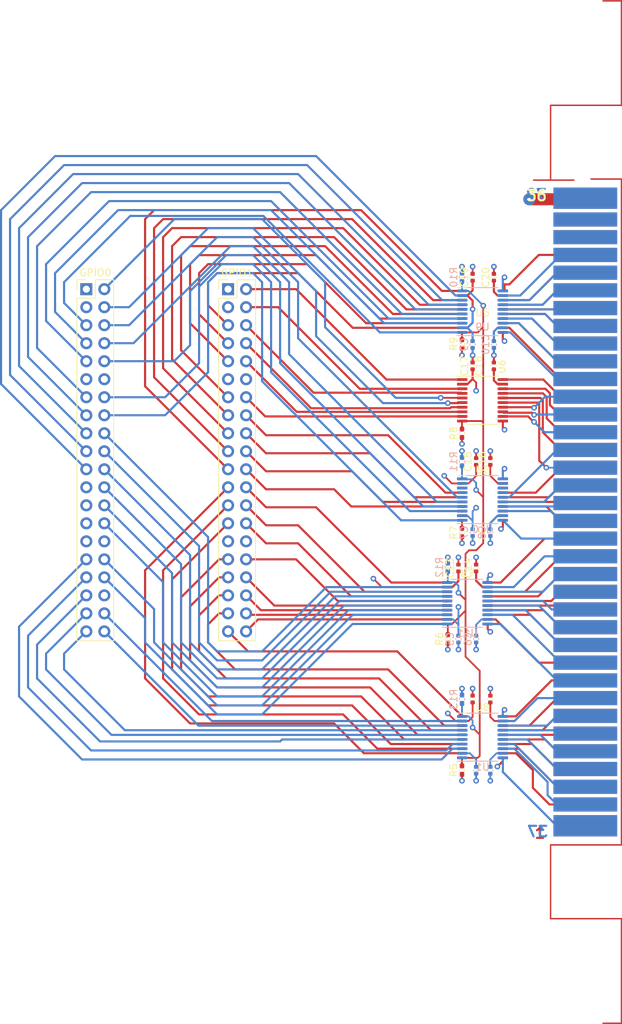
<source format=kicad_pcb>
(kicad_pcb (version 20221018) (generator pcbnew)
  (layers (0 "F.Cu" signal) (1 "In1.Cu" signal) (2 "In2.Cu" signal) (31 "B.Cu" signal) (34 "B.Paste" user) (35 "F.Paste" user) (36 "B.SilkS" user "B.Silkscreen") (37 "F.SilkS" user "F.Silkscreen") (38 "B.Mask" user) (39 "F.Mask" user) (44 "Edge.Cuts" user))
  (net 0 "")
  (net 1 "GND")
  (net 2 "(2)CPUA11")
  (net 3 "(3)CPUA10")
  (net 4 "(4)CPUA9")
  (net 5 "(5)CPUA8")
  (net 6 "(6)CPUA7")
  (net 7 "(7)CPUA6")
  (net 8 "(8)CPUA5")
  (net 9 "(9)CPUA4")
  (net 10 "(10)CPUA3")
  (net 11 "(11)CPUA2")
  (net 12 "(12)CPUA1")
  (net 13 "(13)CPUA0")
  (net 14 "(14)CPU.R{slash}W")
  (net 15 "(15){slash}IRQ")
  (net 16 "(16)EXP0")
  (net 17 "(17)EXP1")
  (net 18 "(18)EXP2")
  (net 19 "(19)EXP3")
  (net 20 "(20)EXP4")
  (net 21 "(21)PPU{slash}RD")
  (net 22 "(22)CIRAMA10")
  (net 23 "(23)PPUA6")
  (net 24 "(24)PPUA5")
  (net 25 "(25)PPUA4")
  (net 26 "(26)PPUA3")
  (net 27 "(27)PPUA2")
  (net 28 "(28)PPUA1")
  (net 29 "(29)PPUA0")
  (net 30 "(33)PPUD3")
  (net 31 "(32)PPUD2")
  (net 32 "(31)PPUD1")
  (net 33 "(30)PPUD0")
  (net 34 "(34)CICtoPak")
  (net 35 "(35)CICtoMB")
  (net 36 "(64)PPUA12")
  (net 37 "(65)PPUA13")
  (net 38 "(66)PPUD7")
  (net 39 "(67)PPUD6")
  (net 40 "(63)PPUA10")
  (net 41 "(58)PPU{slash}A13")
  (net 42 "(60)PPUA8")
  (net 43 "(59)PPUA7")
  (net 44 "(61)PPUA9")
  (net 45 "(62)PPUA11")
  (net 46 "(37)SYSTEM CLK")
  (net 47 "(38)M2")
  (net 48 "(39)CPUA12")
  (net 49 "(40)CPUA13")
  (net 50 "(53)EXP7")
  (net 51 "(51)EXP9")
  (net 52 "(52)EXP8")
  (net 53 "(42)CPUD7")
  (net 54 "(47)CPUD2")
  (net 55 "(56)PPU{slash}RD")
  (net 56 "(43)CPUD6")
  (net 57 "(45)CPUD4")
  (net 58 "(50){slash}ROMSEL ({slash}A15 + {slash}M2)")
  (net 59 "(46)CPUD3")
  (net 60 "(49)CPUD0")
  (net 61 "(55)EXP5")
  (net 62 "(48)CPUD1")
  (net 63 "(44)CPUD5")
  (net 64 "(41)CPUA14")
  (net 65 "(54)EXP6")
  (net 66 "(57)CIRAM{slash}CE")
  (net 67 "(68)PPUD5")
  (net 68 "(69)PPUD4")
  (net 69 "(30C)PPUD0")
  (net 70 "(31C)PPUD1")
  (net 71 "(32C)PPUD2")
  (net 72 "(33C)PPUD3")
  (net 73 "(69C)PPUD4")
  (net 74 "(68C)PPUD5")
  (net 75 "(67C)PPUD6")
  (net 76 "(66C)PPUD7")
  (net 77 "(49C)CPUD0")
  (net 78 "(48C)CPUD1")
  (net 79 "(47C)CPUD2")
  (net 80 "(46C)CPUD3")
  (net 81 "(45C)CPUD4")
  (net 82 "(44C)CPUD5")
  (net 83 "(43C)CPUD6")
  (net 84 "(42C)CPUD7")
  (net 85 "(39C)CPUA12")
  (net 86 "(40C)CPUA13")
  (net 87 "(41C)CPUA14")
  (net 88 "(2C)CPUA11")
  (net 89 "(3C)CPUA10")
  (net 90 "(4C)CPUA9")
  (net 91 "(5C)CPUA8")
  (net 92 "(6C)CPUA7")
  (net 93 "(7C)CPUA6")
  (net 94 "(8C)CPUA5")
  (net 95 "(9C)CPUA4")
  (net 96 "(10C)CPUA3")
  (net 97 "(11C)CPUA2")
  (net 98 "(12C)CPUA1")
  (net 99 "(13C)CPUA0")
  (net 100 "(65C)PPUA13")
  (net 101 "(64C)PPUA12")
  (net 102 "(63C)PPUA10")
  (net 103 "(62C)PPUA11")
  (net 104 "(61C)PPUA9")
  (net 105 "+5V")
  (net 106 "(59C)PPUA7")
  (net 107 "(23C)PPUA6")
  (net 108 "(24C)PPUA5")
  (net 109 "(25C)PPUA4")
  (net 110 "(26C)PPUA3")
  (net 111 "(27C)PPUA2")
  (net 112 "(28C)PPUA1")
  (net 113 "(29C)PPUA0")
  (net 115 "(14C)CPU.R{slash}W")
  (net 116 "(15C){slash}IRQ")
  (net 117 "(57C)CIRAM{slash}CE")
  (net 118 "(22C)CIRAMA10")
  (net 120 "(38C)M2")
  (net 121 "(50C){slash}ROMSEL ({slash}A15 + {slash}M2)")
  (net 122 "(37C)SYSTEM CLK")
  (net 123 "(58C)PPU{slash}A13")
  (net 124 "(21C)PPU{slash}RD")
  (net 125 "(56C)PPU{slash}RD")
  (net 126 "(20C)EXP4")
  (net 127 "(55C)EXP5")
  (net 128 "(54C)EXP6")
  (net 129 "(19C)EXP3")
  (net 130 "(53C)EXP7")
  (net 131 "(18C)EXP2")
  (net 132 "(52C)EXP8")
  (net 133 "(17C)EXP1")
  (net 134 "(51C)EXP9")
  (net 135 "(16C)EXP0")
  (net 144 "+3.3V")
  (net 145 "(60C)PPUA8")
  (net 153 "OE_FPGA")
  (footprint "Resistor_SMD:R_0402_1005Metric_Pad0.72x0.64mm_HandSolder" (layer "F.Cu") (at 142.5 68.4025 90)
    (fp_text reference "R9")
    (fp_text value "R")
  )
  (footprint "Connector_PinHeader_2.54mm:PinHeader_2x20_P2.54mm_Vertical" (layer "F.Cu") (at 109.5 60.68)
    (fp_text reference "GPIO1")
    (fp_text value "Conn_02x20_Odd_Even")
  )
  (footprint "Capacitor_SMD:C_0402_1005Metric" (layer "F.Cu") (at 147 59 90)
    (fp_text reference "C20")
    (fp_text value "100n")
  )
  (footprint "Connector_PinHeader_2.54mm:PinHeader_2x20_P2.54mm_Vertical" (layer "F.Cu") (at 89.5 60.68)
    (fp_text reference "GPIO0")
    (fp_text value "Conn_02x20_Odd_Even")
  )
  (footprint "Package_SO:TSSOP-20_4.4x6.5mm_P0.65mm" (layer "F.Cu") (at 145.4 63.85)
    (fp_text reference "U5")
    (fp_text value "TXS0108EPW")
  )
  (footprint "OPENTENDO:NES_Edge_Connector" (layer "F.Cu") (at 153.65 154.1 90)
    (fp_text reference "J1" hide)
    (fp_text value "Conn_02x36_Top_Bottom" hide)
  )
  (footprint "Resistor_SMD:R_0402_1005Metric_Pad0.72x0.64mm_HandSolder" (layer "F.Cu") (at 140.5 110 90)
    (fp_text reference "R6")
    (fp_text value "R")
  )
  (footprint "Capacitor_SMD:C_0402_1005Metric" (layer "F.Cu") (at 147 71.5 90)
    (fp_text reference "C18")
    (fp_text value "100n")
  )
  (footprint "Resistor_SMD:R_0402_1005Metric_Pad0.72x0.64mm_HandSolder" (layer "F.Cu") (at 142.5 81 90)
    (fp_text reference "R8")
    (fp_text value "R")
  )
  (footprint "Capacitor_SMD:C_0402_1005Metric" (layer "F.Cu") (at 146.5 118.48 90)
    (fp_text reference "C12" hide)
    (fp_text value "100n")
  )
  (footprint "Package_SO:TSSOP-20_4.4x6.5mm_P0.65mm" (layer "F.Cu") (at 145.4 123.85)
    (fp_text reference "U8")
    (fp_text value "TXS0108EPW")
  )
  (footprint "Capacitor_SMD:C_0402_1005Metric" (layer "F.Cu") (at 144.5 100 90)
    (fp_text reference "C14")
    (fp_text value "100n")
  )
  (footprint "Resistor_SMD:R_0402_1005Metric_Pad0.72x0.64mm_HandSolder" (layer "F.Cu") (at 142.5 95 90)
    (fp_text reference "R7")
    (fp_text value "R")
  )
  (footprint "Package_SO:TSSOP-20_4.4x6.5mm_P0.65mm" (layer "F.Cu") (at 143.2625 104.975)
    (fp_text reference "U7")
    (fp_text value "TXS0108EPW")
  )
  (footprint "Capacitor_SMD:C_0402_1005Metric" (layer "F.Cu") (at 144 59 90)
    (fp_text reference "C19")
    (fp_text value "100n")
  )
  (footprint "Capacitor_SMD:C_0402_1005Metric" (layer "F.Cu") (at 144.5 84.98 90)
    (fp_text reference "C15")
    (fp_text value "100n")
  )
  (footprint "Capacitor_SMD:C_0402_1005Metric" (layer "F.Cu") (at 144 71.5 90)
    (fp_text reference "C17")
    (fp_text value "100n")
  )
  (footprint "Resistor_SMD:R_0402_1005Metric_Pad0.72x0.64mm_HandSolder" (layer "F.Cu") (at 142.5 128.5 90)
    (fp_text reference "R5")
    (fp_text value "R")
  )
  (footprint "Package_SO:TSSOP-20_4.4x6.5mm_P0.65mm" (layer "F.Cu") (at 145.4 76.35)
    (fp_text reference "U6")
    (fp_text value "TXS0108EPW" hide)
  )
  (footprint "Capacitor_SMD:C_0402_1005Metric" (layer "F.Cu") (at 146.5 84.98 90)
    (fp_text reference "C16")
    (fp_text value "100n")
  )
  (footprint "Capacitor_SMD:C_0402_1005Metric" (layer "F.Cu") (at 142 100 90)
    (fp_text reference "C13")
    (fp_text value "100n")
  )
  (footprint "Package_SO:TSSOP-20_4.4x6.5mm_P0.65mm" (layer "F.Cu") (at 145.4 90.35)
    (fp_text reference "U2")
    (fp_text value "TXS0108EPW")
  )
  (footprint "Capacitor_SMD:C_0402_1005Metric" (layer "F.Cu") (at 144 118.48 90)
    (fp_text reference "C11" hide)
    (fp_text value "100n")
  )
  (footprint "Package_SO:TSSOP-20_4.4x6.5mm_P0.65mm" (layer "B.Cu") (at 145.4025 123.855)
    (fp_text reference "U1")
    (fp_text value "TXS0108EPW")
  )
  (footprint "Package_SO:TSSOP-20_4.4x6.5mm_P0.65mm" (layer "B.Cu") (at 143.26 104.97)
    (fp_text reference "U11")
    (fp_text value "TXS0108EPW")
  )
  (footprint "Resistor_SMD:R_0402_1005Metric_Pad0.72x0.64mm_HandSolder" (layer "B.Cu") (at 142.5 85 -90)
    (fp_text reference "R11")
    (fp_text value "R")
  )
  (footprint "Capacitor_SMD:C_0402_1005Metric" (layer "B.Cu") (at 144 95 -90)
    (fp_text reference "C7")
    (fp_text value "100n")
  )
  (footprint "Capacitor_SMD:C_0402_1005Metric" (layer "B.Cu") (at 144 68.48 -90)
    (fp_text reference "C9")
    (fp_text value "100n")
  )
  (footprint "Resistor_SMD:R_0402_1005Metric_Pad0.72x0.64mm_HandSolder" (layer "B.Cu") (at 142.5 59 -90)
    (fp_text reference "R10")
    (fp_text value "R")
  )
  (footprint "Capacitor_SMD:C_0402_1005Metric" (layer "B.Cu") (at 147 68.48 -90)
    (fp_text reference "C10")
    (fp_text value "100n")
  )
  (footprint "Capacitor_SMD:C_0402_1005Metric" (layer "B.Cu") (at 142 110.02 -90)
    (fp_text reference "C5")
    (fp_text value "100n")
  )
  (footprint "Resistor_SMD:R_0402_1005Metric_Pad0.72x0.64mm_HandSolder" (layer "B.Cu") (at 142.5 118.5 -90)
    (fp_text reference "R13")
    (fp_text value "R")
  )
  (footprint "Package_SO:TSSOP-20_4.4x6.5mm_P0.65mm" (layer "B.Cu") (at 145.4 90.35)
    (fp_text reference "U10")
    (fp_text value "TXS0108EPW")
  )
  (footprint "Resistor_SMD:R_0402_1005Metric_Pad0.72x0.64mm_HandSolder" (layer "B.Cu") (at 140.5 99.9025 -90)
    (fp_text reference "R12")
    (fp_text value "R")
  )
  (footprint "Capacitor_SMD:C_0402_1005Metric" (layer "B.Cu") (at 146.5 95 -90)
    (fp_text reference "C8")
    (fp_text value "100n")
  )
  (footprint "Package_SO:TSSOP-20_4.4x6.5mm_P0.65mm" (layer "B.Cu") (at 145.4 63.85)
    (fp_text reference "U9")
    (fp_text value "TXS0108EPW")
  )
  (footprint "Capacitor_SMD:C_0402_1005Metric" (layer "B.Cu") (at 144.5 110.02 -90)
    (fp_text reference "C6")
    (fp_text value "100n")
  )
  (footprint "Capacitor_SMD:C_0402_1005Metric" (layer "B.Cu") (at 144.5 128.52 -90)
    (fp_text reference "C3" hide)
    (fp_text value "100n")
  )
  (footprint "Capacitor_SMD:C_0402_1005Metric" (layer "B.Cu") (at 146.5 128.52 -90)
    (fp_text reference "C4" hide)
    (fp_text value "100n")
  )
  (gr_line (start 165 20.025) (end 162.4 20.025) (stroke (width 0.2)) (layer "F.Cu"))
  (gr_line (start 165 139.05) (end 165 136.85) (stroke (width 0.2)) (layer "F.Cu"))
  (gr_line (start 165 164.2) (end 162.4 164.2) (stroke (width 0.2)) (layer "F.Cu"))
  (gr_line (start 160.4 139.05) (end 165 139.05) (stroke (width 0.2)) (layer "F.Cu"))
  (gr_line (start 165 34.75) (end 165 20) (stroke (width 0.2)) (layer "F.Cu"))
  (gr_line (start 165 136.85) (end 165 47.85) (stroke (width 0.2)) (layer "F.Cu"))
  (gr_line (start 165 149.45) (end 165 164.2) (stroke (width 0.2)) (layer "F.Cu"))
  (gr_line locked (start 152.6 45.3) (end 158.3 45.3) (stroke (width 0.2)) (layer "F.Cu"))
  (gr_line (start 155 34.75) (end 165 34.75) (stroke (width 0.2)) (layer "F.Cu"))
  (gr_line (start 165 45.15) (end 165 45.85) (stroke (width 0.2)) (layer "F.Cu"))
  (gr_line (start 155 139.05) (end 155 149.45) (stroke (width 0.2)) (layer "F.Cu"))
  (gr_line (start 155 139.05) (end 160.4 139.05) (stroke (width 0.2)) (layer "F.Cu"))
  (gr_line (start 155 149.45) (end 165 149.45) (stroke (width 0.2)) (layer "F.Cu"))
  (gr_line (start 165 47.85) (end 165 45.85) (stroke (width 0.2)) (layer "F.Cu"))
  (gr_line (start 155 34.75) (end 155 45.15) (stroke (width 0.2)) (layer "F.Cu"))
  (gr_line (start 160.7 45.15) (end 165 45.15) (stroke (width 0.2)) (layer "F.Cu"))
  (gr_text "1\n" (at 152.6 138.25) (layer "F.Cu") (effects (font (size 1.5 1.5) (thickness 0.3) bold) (justify left bottom)))
  (gr_text "37\n" (at 154.8 138.05) (layer "B.Cu") (effects (font (size 1.5 1.5) (thickness 0.3) bold) (justify left bottom mirror)))
  (gr_text "72\n" (at 154.6 48.25) (layer "B.Cu") (effects (font (size 1.5 1.5) (thickness 0.3) bold) (justify left bottom mirror)))
  (gr_text "36" (at 151.4 48.35) (layer "F.SilkS") (effects (font (size 1.5 1.5) (thickness 0.3) bold) (justify left bottom)))
  (segment (start 142.5 130) (end 142.5 129.0975) (width 0.25) (layer "F.Cu") (net 1))
  (segment (start 148.2625 127.2375) (end 147.5 128) (width 0.3) (layer "F.Cu") (net 1))
  (segment (start 148.2625 93.275) (end 148.2625 94.2375) (width 0.3) (layer "F.Cu") (net 1))
  (segment (start 144 118) (end 144 117) (width 0.25) (layer "F.Cu") (net 1))
  (segment (start 144.5 84.5) (end 144.5 83.5) (width 0.25) (layer "F.Cu") (net 1))
  (segment (start 146.125 107.9) (end 146.125 108.625) (width 0.3) (layer "F.Cu") (net 1))
  (segment (start 142.5 81.5975) (end 142.5 82.5) (width 0.25) (layer "F.Cu") (net 1))
  (segment (start 140.5 110.5975) (end 140.5 111.5) (width 0.25) (layer "F.Cu") (net 1))
  (segment (start 148.2625 67.7625) (end 148.5 68) (width 0.3) (layer "F.Cu") (net 1))
  (segment (start 144 58.52) (end 144 57.5) (width 0.25) (layer "F.Cu") (net 1))
  (segment (start 144 70) (end 144 71.02) (width 0.3) (layer "F.Cu") (net 1))
  (segment (start 147 70) (end 147 71.02) (width 0.3) (layer "F.Cu") (net 1))
  (segment (start 147 58.52) (end 147 57.5) (width 0.25) (layer "F.Cu") (net 1))
  (segment (start 146.125 108.625) (end 146.5 109) (width 0.3) (layer "F.Cu") (net 1))
  (segment (start 142 99.52) (end 142 98.5) (width 0.25) (layer "F.Cu") (net 1))
  (segment (start 142.5 69) (end 142.5 70) (width 0.25) (layer "F.Cu") (net 1))
  (segment (start 148.2625 80.2625) (end 148.5 80.5) (width 0.3) (layer "F.Cu") (net 1))
  (segment (start 159.9 136.35) (end 159.55 136) (width 0.25) (layer "F.Cu") (net 1))
  (segment (start 142.5 95.5975) (end 142.5 96.5) (width 0.25) (layer "F.Cu") (net 1))
  (segment (start 144.5 99.52) (end 144.5 98.5) (width 0.25) (layer "F.Cu") (net 1))
  (segment (start 146.5 118) (end 146.5 117) (width 0.25) (layer "F.Cu") (net 1))
  (segment (start 146.5 84.5) (end 146.5 83.5) (width 0.25) (layer "F.Cu") (net 1))
  (segment (start 148.2625 94.2375) (end 148 94.5) (width 0.3) (layer "F.Cu") (net 1))
  (segment (start 148.2625 126.775) (end 148.2625 127.2375) (width 0.3) (layer "F.Cu") (net 1))
  (segment (start 148.2625 79.275) (end 148.2625 80.2625) (width 0.3) (layer "F.Cu") (net 1))
  (segment (start 148.2625 66.775) (end 148.2625 67.7625) (width 0.3) (layer "F.Cu") (net 1))
  (via (at 148.5 59) (size 0.8) (drill 0.4) (layers "F.Cu" "B.Cu") (net 1))
  (via (at 142.5 82.5) (size 0.8) (drill 0.4) (layers "F.Cu" "B.Cu") (net 1))
  (via (at 146.5 117) (size 0.8) (drill 0.4) (layers "F.Cu" "B.Cu") (net 1))
  (via (at 144.5 130) (size 0.8) (drill 0.4) (layers "F.Cu" "B.Cu") (net 1))
  (via (at 142.5 70) (size 0.8) (drill 0.4) (layers "F.Cu" "B.Cu") (net 1))
  (via (at 146.5 109) (size 0.8) (drill 0.4) (layers "F.Cu" "B.Cu") (net 1))
  (via (at 144.5 111.5) (size 0.8) (drill 0.4) (layers "F.Cu" "B.Cu") (net 1))
  (via (at 144.5 83.5) (size 0.8) (drill 0.4) (layers "F.Cu" "B.Cu") (net 1))
  (via (at 147 70) (size 0.8) (drill 0.4) (layers "F.Cu" "B.Cu") (net 1))
  (via (at 147 57.5) (size 0.8) (drill 0.4) (layers "F.Cu" "B.Cu") (net 1))
  (via (at 144 117) (size 0.8) (drill 0.4) (layers "F.Cu" "B.Cu") (net 1))
  (via (at 144 70) (size 0.8) (drill 0.4) (layers "F.Cu" "B.Cu") (net 1))
  (via (at 148.5 80.5) (size 0.8) (drill 0.4) (layers "F.Cu" "B.Cu") (net 1))
  (via (at 146.5 130) (size 0.8) (drill 0.4) (layers "F.Cu" "B.Cu") (net 1))
  (via (at 146.5 96.5) (size 0.8) (drill 0.4) (layers "F.Cu" "B.Cu") (net 1))
  (via (at 142.5 117) (size 0.8) (drill 0.4) (layers "F.Cu" "B.Cu") (net 1))
  (via (at 144 57.5) (size 0.8) (drill 0.4) (layers "F.Cu" "B.Cu") (net 1))
  (via (at 140.5 111.5) (size 0.8) (drill 0.4) (layers "F.Cu" "B.Cu") (net 1))
  (via (at 148.5 120) (size 0.8) (drill 0.4) (layers "F.Cu" "B.Cu") (net 1))
  (via (at 148.5 86) (size 0.8) (drill 0.4) (layers "F.Cu" "B.Cu") (net 1))
  (via (at 148.5 68) (size 0.8) (drill 0.4) (layers "F.Cu" "B.Cu") (net 1))
  (via (at 142.5 57.5) (size 0.8) (drill 0.4) (layers "F.Cu" "B.Cu") (net 1))
  (via (at 144 96.5) (size 0.8) (drill 0.4) (layers "F.Cu" "B.Cu") (net 1))
  (via (at 140.5 98.5) (size 0.8) (drill 0.4) (layers "F.Cu" "B.Cu") (net 1))
  (via (at 146.5 101) (size 0.8) (drill 0.4) (layers "F.Cu" "B.Cu") (net 1))
  (via (at 144.5 98.5) (size 0.8) (drill 0.4) (layers "F.Cu" "B.Cu") (net 1))
  (via (at 142.5 83.5) (size 0.8) (drill 0.4) (layers "F.Cu" "B.Cu") (net 1))
  (via (at 147.5 128) (size 0.8) (drill 0.4) (layers "F.Cu" "B.Cu") (net 1))
  (via (at 142.5 96.5) (size 0.8) (drill 0.4) (layers "F.Cu" "B.Cu") (net 1))
  (via (at 146.5 83.5) (size 0.8) (drill 0.4) (layers "F.Cu" "B.Cu") (net 1))
  (via (at 142.5 130) (size 0.8) (drill 0.4) (layers "F.Cu" "B.Cu") (net 1))
  (via (at 142 98.5) (size 0.8) (drill 0.4) (layers "F.Cu" "B.Cu") (net 1))
  (via (at 142 111.5) (size 0.8) (drill 0.4) (layers "F.Cu" "B.Cu") (net 1))
  (via (at 148 94.5) (size 0.8) (drill 0.4) (layers "F.Cu" "B.Cu") (net 1))
  (segment (start 144 96.5) (end 144 95.48) (width 0.25) (layer "B.Cu") (net 1))
  (segment (start 148.2625 59.2375) (end 148.5 59) (width 0.3) (layer "B.Cu") (net 1))
  (segment (start 148.265 120.93) (end 148.265 120.235) (width 0.3) (layer "B.Cu") (net 1))
  (segment (start 142.5 84.4025) (end 142.5 83.5) (width 0.25) (layer "B.Cu") (net 1))
  (segment (start 147 68.96) (end 147 70) (width 0.3) (layer "B.Cu") (net 1))
  (segment (start 144.5 130) (end 144.5 129) (width 0.25) (layer "B.Cu") (net 1))
  (segment (start 148.265 120.235) (end 148.5 120) (width 0.3) (layer "B.Cu") (net 1))
  (segment (start 144.5 110.5) (end 144.5 111.5) (width 0.25) (layer "B.Cu") (net 1))
  (segment (start 142 110.5) (end 142 111.5) (width 0.25) (layer "B.Cu") (net 1))
  (segment (start 144 68.96) (end 144 70) (width 0.3) (layer "B.Cu") (net 1))
  (segment (start 142.5 117.9025) (end 142.5 117) (width 0.25) (layer "B.Cu") (net 1))
  (segment (start 146.1225 101.3775) (end 146.5 101) (width 0.3) (layer "B.Cu") (net 1))
  (segment (start 148.2625 60.925) (end 148.2625 59.2375) (width 0.3) (layer "B.Cu") (net 1))
  (segment (start 140.5 99.305) (end 140.5 98.5) (width 0.25) (layer "B.Cu") (net 1))
  (segment (start 146.5 96.5) (end 146.5 95.48) (width 0.25) (layer "B.Cu") (net 1))
  (segment (start 146.5 130) (end 146.5 129) (width 0.25) (layer "B.Cu") (net 1))
  (segment (start 146.1225 102.045) (end 146.1225 101.3775) (width 0.3) (layer "B.Cu") (net 1))
  (segment (start 148.2625 87.425) (end 148.2625 86.2375) (width 0.3) (layer "B.Cu") (net 1))
  (segment (start 142.5 58.4025) (end 142.5 57.5) (width 0.25) (layer "B.Cu") (net 1))
  (segment (start 148.2625 86.2375) (end 148.5 86) (width 0.3) (layer "B.Cu") (net 1))
  (segment (start 150.125 126.125) (end 152.5 128.5) (width 0.3) (layer "F.Cu") (net 2))
  (segment (start 148.2625 126.125) (end 150.125 126.125) (width 0.3) (layer "F.Cu") (net 2))
  (segment (start 154.85 133.35) (end 159.9 133.35) (width 0.3) (layer "F.Cu") (net 2))
  (segment (start 152.5 128.5) (end 152.5 131) (width 0.3) (layer "F.Cu") (net 2))
  (segment (start 152.5 131) (end 154.85 133.35) (width 0.3) (layer "F.Cu") (net 2))
  (segment (start 155.9 130.85) (end 159.4 130.85) (width 0.3) (layer "F.Cu") (net 3))
  (segment (start 150.525 125.475) (end 155.9 130.85) (width 0.3) (layer "F.Cu") (net 3))
  (segment (start 148.2625 125.475) (end 150.525 125.475) (width 0.3) (layer "F.Cu") (net 3))
  (segment (start 148.2625 124.825) (end 152.375 124.825) (width 0.3) (layer "F.Cu") (net 4))
  (segment (start 155.9 128.35) (end 159.4 128.35) (width 0.3) (layer "F.Cu") (net 4))
  (segment (start 152.375 124.825) (end 155.9 128.35) (width 0.3) (layer "F.Cu") (net 4))
  (segment (start 148.2625 124.175) (end 154.225 124.175) (width 0.3) (layer "F.Cu") (net 5))
  (segment (start 154.225 124.175) (end 155.9 125.85) (width 0.3) (layer "F.Cu") (net 5))
  (segment (start 155.9 125.85) (end 159.4 125.85) (width 0.3) (layer "F.Cu") (net 5))
  (segment (start 148.2625 123.525) (end 159.225 123.525) (width 0.3) (layer "F.Cu") (net 6))
  (segment (start 159.225 123.525) (end 159.4 123.35) (width 0.3) (layer "F.Cu") (net 6))
  (segment (start 148.2625 122.875) (end 153.875 122.875) (width 0.3) (layer "F.Cu") (net 7))
  (segment (start 155.9 120.85) (end 159.4 120.85) (width 0.3) (layer "F.Cu") (net 7))
  (segment (start 153.875 122.875) (end 155.9 120.85) (width 0.3) (layer "F.Cu") (net 7))
  (segment (start 148.2625 122.225) (end 152.025 122.225) (width 0.3) (layer "F.Cu") (net 8))
  (segment (start 155.9 118.35) (end 159.4 118.35) (width 0.3) (layer "F.Cu") (net 8))
  (segment (start 152.025 122.225) (end 155.9 118.35) (width 0.3) (layer "F.Cu") (net 8))
  (segment (start 155.15 115.85) (end 159.9 115.85) (width 0.3) (layer "F.Cu") (net 9))
  (segment (start 150.075 120.925) (end 155.15 115.85) (width 0.3) (layer "F.Cu") (net 9))
  (segment (start 148.2625 120.925) (end 150.075 120.925) (width 0.3) (layer "F.Cu") (net 9))
  (segment (start 146.125 107.25) (end 147.25 107.25) (width 0.3) (layer "F.Cu") (net 10))
  (segment (start 147.25 107.25) (end 153.35 113.35) (width 0.3) (layer "F.Cu") (net 10))
  (segment (start 153.35 113.35) (end 159.9 113.35) (width 0.3) (layer "F.Cu") (net 10))
  (segment (start 146.125 106.6) (end 152.15 106.6) (width 0.3) (layer "F.Cu") (net 11))
  (segment (start 152.15 106.6) (end 156.4 110.85) (width 0.3) (layer "F.Cu") (net 11))
  (segment (start 156.4 110.85) (end 159.9 110.85) (width 0.3) (layer "F.Cu") (net 11))
  (segment (start 156.4 108.35) (end 159.9 108.35) (width 0.3) (layer "F.Cu") (net 12))
  (segment (start 146.125 105.95) (end 154 105.95) (width 0.3) (layer "F.Cu") (net 12))
  (segment (start 154 105.95) (end 156.4 108.35) (width 0.3) (layer "F.Cu") (net 12))
  (segment (start 146.125 105.3) (end 159.35 105.3) (width 0.3) (layer "F.Cu") (net 13))
  (segment (start 159.35 105.3) (end 159.9 105.85) (width 0.3) (layer "F.Cu") (net 13))
  (segment (start 156.4 103.35) (end 159.9 103.35) (width 0.3) (layer "F.Cu") (net 14))
  (segment (start 146.125 104.65) (end 155.1 104.65) (width 0.3) (layer "F.Cu") (net 14))
  (segment (start 155.1 104.65) (end 156.4 103.35) (width 0.3) (layer "F.Cu") (net 14))
  (segment (start 146.125 104) (end 153.25 104) (width 0.3) (layer "F.Cu") (net 15))
  (segment (start 156.4 100.85) (end 159.9 100.85) (width 0.3) (layer "F.Cu") (net 15))
  (segment (start 153.25 104) (end 156.4 100.85) (width 0.3) (layer "F.Cu") (net 15))
  (segment (start 151.4 103.35) (end 156.4 98.35) (width 0.3) (layer "F.Cu") (net 16))
  (segment (start 146.125 103.35) (end 151.4 103.35) (width 0.3) (layer "F.Cu") (net 16))
  (segment (start 156.4 98.35) (end 159.9 98.35) (width 0.3) (layer "F.Cu") (net 16))
  (segment (start 154.15 95.85) (end 159.9 95.85) (width 0.3) (layer "F.Cu") (net 17))
  (segment (start 146.125 102.05) (end 147.95 102.05) (width 0.3) (layer "F.Cu") (net 17))
  (segment (start 147.95 102.05) (end 154.15 95.85) (width 0.3) (layer "F.Cu") (net 17))
  (segment (start 154.41538 91.325) (end 156.44038 93.35) (width 0.3) (layer "F.Cu") (net 18))
  (segment (start 148.2625 91.325) (end 154.41538 91.325) (width 0.3) (layer "F.Cu") (net 18))
  (segment (start 156.44038 93.35) (end 159.9 93.35) (width 0.3) (layer "F.Cu") (net 18))
  (segment (start 159.725 90.675) (end 159.9 90.85) (width 0.3) (layer "F.Cu") (net 19))
  (segment (start 148.2625 90.675) (end 159.725 90.675) (width 0.3) (layer "F.Cu") (net 19))
  (segment (start 154.76538 90.025) (end 156.44038 88.35) (width 0.3) (layer "F.Cu") (net 20))
  (segment (start 156.44038 88.35) (end 159.9 88.35) (width 0.3) (layer "F.Cu") (net 20))
  (segment (start 148.2625 90.025) (end 154.76538 90.025) (width 0.3) (layer "F.Cu") (net 20))
  (segment (start 148.2625 89.375) (end 152.91538 89.375) (width 0.3) (layer "F.Cu") (net 21))
  (segment (start 152.91538 89.375) (end 156.44038 85.85) (width 0.3) (layer "F.Cu") (net 21))
  (segment (start 156.44038 85.85) (end 159.9 85.85) (width 0.3) (layer "F.Cu") (net 21))
  (segment (start 153.9 76.35) (end 153.9 80.85) (width 0.3) (layer "F.Cu") (net 22))
  (segment (start 153.9 80.85) (end 156.4 83.35) (width 0.3) (layer "F.Cu") (net 22))
  (segment (start 153.575 76.025) (end 153.9 76.35) (width 0.3) (layer "F.Cu") (net 22))
  (segment (start 156.4 83.35) (end 159.9 83.35) (width 0.3) (layer "F.Cu") (net 22))
  (segment (start 148.2625 76.025) (end 153.575 76.025) (width 0.3) (layer "F.Cu") (net 22))
  (segment (start 148.2625 75.375) (end 153.925 75.375) (width 0.3) (layer "F.Cu") (net 23))
  (segment (start 154.45 78.9) (end 156.4 80.85) (width 0.3) (layer "F.Cu") (net 23))
  (segment (start 154.45 75.9) (end 154.45 78.9) (width 0.3) (layer "F.Cu") (net 23))
  (segment (start 153.925 75.375) (end 154.45 75.9) (width 0.3) (layer "F.Cu") (net 23))
  (segment (start 156.4 80.85) (end 159.9 80.85) (width 0.3) (layer "F.Cu") (net 23))
  (segment (start 154.9 77) (end 156.25 78.35) (width 0.3) (layer "F.Cu") (net 24))
  (segment (start 148.2625 74.725) (end 154.275 74.725) (width 0.3) (layer "F.Cu") (net 24))
  (segment (start 154.9 75.35) (end 154.9 77) (width 0.3) (layer "F.Cu") (net 24))
  (segment (start 154.275 74.725) (end 154.9 75.35) (width 0.3) (layer "F.Cu") (net 24))
  (segment (start 156.25 78.35) (end 159.9 78.35) (width 0.3) (layer "F.Cu") (net 24))
  (segment (start 156.4 75.85) (end 153.975 73.425) (width 0.3) (layer "F.Cu") (net 25))
  (segment (start 156.425 76.025) (end 159.725 76.025) (width 0.25) (layer "F.Cu") (net 25))
  (segment (start 159.725 76.025) (end 159.9 75.85) (width 0.25) (layer "F.Cu") (net 25))
  (segment (start 159.9 75.85) (end 156.4 75.85) (width 0.3) (layer "F.Cu") (net 25))
  (segment (start 153.975 73.425) (end 148.2625 73.425) (width 0.3) (layer "F.Cu") (net 25))
  (segment (start 156.405024 73.35) (end 159.9 73.35) (width 0.3) (layer "F.Cu") (net 26))
  (segment (start 148.2625 66.125) (end 149.180024 66.125) (width 0.3) (layer "F.Cu") (net 26))
  (segment (start 149.180024 66.125) (end 156.405024 73.35) (width 0.3) (layer "F.Cu") (net 26))
  (segment (start 155.9 70.85) (end 159.4 70.85) (width 0.3) (layer "F.Cu") (net 27))
  (segment (start 150.525 65.475) (end 155.9 70.85) (width 0.3) (layer "F.Cu") (net 27))
  (segment (start 148.2625 65.475) (end 150.525 65.475) (width 0.3) (layer "F.Cu") (net 27))
  (segment (start 155.9 68.35) (end 159.4 68.35) (width 0.3) (layer "F.Cu") (net 28))
  (segment (start 148.2625 64.825) (end 152.375 64.825) (width 0.3) (layer "F.Cu") (net 28))
  (segment (start 152.375 64.825) (end 155.9 68.35) (width 0.3) (layer "F.Cu") (net 28))
  (segment (start 148.2625 64.175) (end 154.225 64.175) (width 0.3) (layer "F.Cu") (net 29))
  (segment (start 155.9 65.85) (end 159.4 65.85) (width 0.3) (layer "F.Cu") (net 29))
  (segment (start 154.225 64.175) (end 155.9 65.85) (width 0.3) (layer "F.Cu") (net 29))
  (segment (start 159.225 63.525) (end 159.4 63.35) (width 0.3) (layer "F.Cu") (net 30))
  (segment (start 148.2625 63.525) (end 159.225 63.525) (width 0.3) (layer "F.Cu") (net 30))
  (segment (start 153.875 62.875) (end 155.9 60.85) (width 0.3) (layer "F.Cu") (net 31))
  (segment (start 155.9 60.85) (end 159.4 60.85) (width 0.3) (layer "F.Cu") (net 31))
  (segment (start 148.2625 62.875) (end 153.875 62.875) (width 0.3) (layer "F.Cu") (net 31))
  (segment (start 148.2625 62.225) (end 152.025 62.225) (width 0.3) (layer "F.Cu") (net 32))
  (segment (start 152.025 62.225) (end 155.9 58.35) (width 0.3) (layer "F.Cu") (net 32))
  (segment (start 155.9 58.35) (end 159.4 58.35) (width 0.3) (layer "F.Cu") (net 32))
  (segment (start 153.3375 55.85) (end 159.9 55.85) (width 0.3) (layer "F.Cu") (net 33))
  (segment (start 148.5 60) (end 149.1875 60) (width 0.3) (layer "F.Cu") (net 33))
  (segment (start 149.1875 60) (end 153.3375 55.85) (width 0.3) (layer "F.Cu") (net 33))
  (segment (start 148.5 60.6875) (end 148.5 60) (width 0.3) (layer "F.Cu") (net 33))
  (segment (start 148.2625 60.925) (end 148.5 60.6875) (width 0.3) (layer "F.Cu") (net 33))
  (segment (start 148.2625 64.825) (end 152.375 64.825) (width 0.3) (layer "B.Cu") (net 36))
  (segment (start 152.375 64.825) (end 155.9 68.35) (width 0.3) (layer "B.Cu") (net 36))
  (segment (start 155.9 68.35) (end 159.4 68.35) (width 0.3) (layer "B.Cu") (net 36))
  (segment (start 148.2625 64.175) (end 154.225 64.175) (width 0.3) (layer "B.Cu") (net 37))
  (segment (start 155.9 65.85) (end 159.4 65.85) (width 0.3) (layer "B.Cu") (net 37))
  (segment (start 154.225 64.175) (end 155.9 65.85) (width 0.3) (layer "B.Cu") (net 37))
  (segment (start 159.225 63.525) (end 159.4 63.35) (width 0.3) (layer "B.Cu") (net 38))
  (segment (start 148.2625 63.525) (end 159.225 63.525) (width 0.3) (layer "B.Cu") (net 38))
  (segment (start 155.9 60.85) (end 159.4 60.85) (width 0.3) (layer "B.Cu") (net 39))
  (segment (start 148.2625 62.875) (end 153.875 62.875) (width 0.3) (layer "B.Cu") (net 39))
  (segment (start 153.875 62.875) (end 155.9 60.85) (width 0.3) (layer "B.Cu") (net 39))
  (segment (start 150.525 65.475) (end 155.9 70.85) (width 0.3) (layer "B.Cu") (net 40))
  (segment (start 148.2625 65.475) (end 150.525 65.475) (width 0.3) (layer "B.Cu") (net 40))
  (segment (start 155.9 70.85) (end 159.4 70.85) (width 0.3) (layer "B.Cu") (net 40))
  (segment (start 148.2625 90.025) (end 149.199695 90.025) (width 0.3) (layer "B.Cu") (net 41))
  (segment (start 149.199695 90.025) (end 155.874695 83.35) (width 0.3) (layer "B.Cu") (net 41))
  (segment (start 155.874695 83.35) (end 159.9 83.35) (width 0.3) (layer "B.Cu") (net 41))
  (segment (start 152.6755 78.399003) (end 152.376497 78.1) (width 0.3) (layer "F.Cu") (net 42))
  (segment (start 152.376497 78.1) (end 148.3875 78.1) (width 0.3) (layer "F.Cu") (net 42))
  (segment (start 148.3875 78.1) (end 148.2625 77.975) (width 0.3) (layer "F.Cu") (net 42))
  (via (at 152.6755 78.399003) (size 0.8) (drill 0.4) (layers "F.Cu" "B.Cu") (net 42))
  (segment (start 152.724503 78.35) (end 152.6755 78.399003) (width 0.3) (layer "B.Cu") (net 42))
  (segment (start 159.9 78.35) (end 152.724503 78.35) (width 0.3) (layer "B.Cu") (net 42))
  (segment (start 151.840836 78.625) (end 152.614342 79.398506) (width 0.3) (layer "F.Cu") (net 43))
  (segment (start 148.2625 78.625) (end 151.840836 78.625) (width 0.3) (layer "F.Cu") (net 43))
  (segment (start 152.614342 79.398506) (end 152.6755 79.398506) (width 0.3) (layer "F.Cu") (net 43))
  (via (at 152.6755 79.398506) (size 0.8) (drill 0.4) (layers "F.Cu" "B.Cu") (net 43))
  (segment (start 159.9 80.85) (end 154.126994 80.85) (width 0.3) (layer "B.Cu") (net 43))
  (segment (start 154.126994 80.85) (end 152.6755 79.398506) (width 0.3) (layer "B.Cu") (net 43))
  (segment (start 148.2625 77.325) (end 152.601 77.325) (width 0.3) (layer "F.Cu") (net 44))
  (segment (start 152.601 77.325) (end 152.6755 77.3995) (width 0.3) (layer "F.Cu") (net 44))
  (via (at 152.6755 77.3995) (size 0.8) (drill 0.4) (layers "F.Cu" "B.Cu") (net 44))
  (segment (start 154.225 75.85) (end 159.9 75.85) (width 0.3) (layer "B.Cu") (net 44))
  (segment (start 152.6755 77.3995) (end 154.225 75.85) (width 0.3) (layer "B.Cu") (net 44))
  (segment (start 149.325 66.775) (end 155.9 73.35) (width 0.3) (layer "B.Cu") (net 45))
  (segment (start 148.2625 66.775) (end 149.325 66.775) (width 0.3) (layer "B.Cu") (net 45))
  (segment (start 155.9 73.35) (end 159.4 73.35) (width 0.3) (layer "B.Cu") (net 45))
  (segment (start 148.265 126.78) (end 148.265 128.765) (width 0.3) (layer "B.Cu") (net 46))
  (segment (start 155.85 136.35) (end 159.9 136.35) (width 0.3) (layer "B.Cu") (net 46))
  (segment (start 148.265 128.765) (end 155.85 136.35) (width 0.3) (layer "B.Cu") (net 46))
  (segment (start 154.575 130.161396) (end 154.575 132.025) (width 0.3) (layer "B.Cu") (net 47))
  (segment (start 149.893604 125.48) (end 154.575 130.161396) (width 0.3) (layer "B.Cu") (net 47))
  (segment (start 155.9 133.35) (end 159.4 133.35) (width 0.3) (layer "B.Cu") (net 47))
  (segment (start 154.575 132.025) (end 155.9 133.35) (width 0.3) (layer "B.Cu") (net 47))
  (segment (start 148.265 125.48) (end 149.893604 125.48) (width 0.3) (layer "B.Cu") (net 47))
  (segment (start 148.265 124.83) (end 149.88 124.83) (width 0.3) (layer "B.Cu") (net 48))
  (segment (start 149.88 124.83) (end 155.9 130.85) (width 0.3) (layer "B.Cu") (net 48))
  (segment (start 155.9 130.85) (end 159.4 130.85) (width 0.3) (layer "B.Cu") (net 48))
  (segment (start 155.9 128.35) (end 159.4 128.35) (width 0.3) (layer "B.Cu") (net 49))
  (segment (start 148.265 124.18) (end 151.73 124.18) (width 0.3) (layer "B.Cu") (net 49))
  (segment (start 151.73 124.18) (end 155.9 128.35) (width 0.3) (layer "B.Cu") (net 49))
  (segment (start 148.2625 93.275) (end 148.275 93.275) (width 0.3) (layer "B.Cu") (net 50))
  (segment (start 148.275 93.275) (end 150.85 95.85) (width 0.3) (layer "B.Cu") (net 50))
  (segment (start 150.85 95.85) (end 159.9 95.85) (width 0.3) (layer "B.Cu") (net 50))
  (segment (start 156.4 100.85) (end 159.9 100.85) (width 0.3) (layer "B.Cu") (net 51))
  (segment (start 153.905 103.345) (end 156.4 100.85) (width 0.3) (layer "B.Cu") (net 51))
  (segment (start 146.1225 103.345) (end 153.905 103.345) (width 0.3) (layer "B.Cu") (net 51))
  (segment (start 154.15 98.35) (end 159.9 98.35) (width 0.3) (layer "B.Cu") (net 52))
  (segment (start 149.805 102.695) (end 154.15 98.35) (width 0.3) (layer "B.Cu") (net 52))
  (segment (start 146.1225 102.695) (end 149.805 102.695) (width 0.3) (layer "B.Cu") (net 52))
  (segment (start 158.93 122.88) (end 159.4 123.35) (width 0.3) (layer "B.Cu") (net 53))
  (segment (start 148.265 122.88) (end 158.93 122.88) (width 0.3) (layer "B.Cu") (net 53))
  (segment (start 156.4 110.85) (end 159.9 110.85) (width 0.3) (layer "B.Cu") (net 54))
  (segment (start 146.1225 105.945) (end 151.495 105.945) (width 0.3) (layer "B.Cu") (net 54))
  (segment (start 151.495 105.945) (end 156.4 110.85) (width 0.3) (layer "B.Cu") (net 54))
  (segment (start 156.4 88.35) (end 159.9 88.35) (width 0.3) (layer "B.Cu") (net 55))
  (segment (start 154.075 90.675) (end 156.4 88.35) (width 0.3) (layer "B.Cu") (net 55))
  (segment (start 148.2625 90.675) (end 154.075 90.675) (width 0.3) (layer "B.Cu") (net 55))
  (segment (start 154.52 122.23) (end 155.9 120.85) (width 0.3) (layer "B.Cu") (net 56))
  (segment (start 155.9 120.85) (end 159.4 120.85) (width 0.3) (layer "B.Cu") (net 56))
  (segment (start 148.265 122.23) (end 154.52 122.23) (width 0.3) (layer "B.Cu") (net 56))
  (segment (start 155.9 115.85) (end 159.4 115.85) (width 0.25) (layer "B.Cu") (net 57))
  (segment (start 146.1225 107.895) (end 147.945 107.895) (width 0.3) (layer "B.Cu") (net 57))
  (segment (start 147.945 107.895) (end 155.9 115.85) (width 0.3) (layer "B.Cu") (net 57))
  (segment (start 156.4 113.35) (end 159.9 113.35) (width 0.3) (layer "B.Cu") (net 59))
  (segment (start 146.1225 106.595) (end 149.645 106.595) (width 0.3) (layer "B.Cu") (net 59))
  (segment (start 149.645 106.595) (end 156.4 113.35) (width 0.3) (layer "B.Cu") (net 59))
  (segment (start 153.945 104.645) (end 155.15 105.85) (width 0.3) (layer "B.Cu") (net 60))
  (segment (start 146.1225 104.645) (end 153.945 104.645) (width 0.3) (layer "B.Cu") (net 60))
  (segment (start 155.15 105.85) (end 159.9 105.85) (width 0.3) (layer "B.Cu") (net 60))
  (segment (start 159.425 91.325) (end 159.9 90.85) (width 0.3) (layer "B.Cu") (net 61))
  (segment (start 148.2625 91.325) (end 159.425 91.325) (width 0.3) (layer "B.Cu") (net 61))
  (segment (start 156.4 108.35) (end 159.9 108.35) (width 0.3) (layer "B.Cu") (net 62))
  (segment (start 153.345 105.295) (end 156.4 108.35) (width 0.3) (layer "B.Cu") (net 62))
  (segment (start 146.1225 105.295) (end 153.345 105.295) (width 0.3) (layer "B.Cu") (net 62))
  (segment (start 153.15 118.35) (end 159.9 118.35) (width 0.3) (layer "B.Cu") (net 63))
  (segment (start 149.92 121.58) (end 153.15 118.35) (width 0.3) (layer "B.Cu") (net 63))
  (segment (start 148.265 121.58) (end 149.92 121.58) (width 0.3) (layer "B.Cu") (net 63))
  (segment (start 153.58 123.53) (end 155.9 125.85) (width 0.3) (layer "B.Cu") (net 64))
  (segment (start 148.265 123.53) (end 153.58 123.53) (width 0.3) (layer "B.Cu") (net 64))
  (segment (start 155.9 125.85) (end 159.4 125.85) (width 0.3) (layer "B.Cu") (net 64))
  (segment (start 155.025 91.975) (end 156.4 93.35) (width 0.3) (layer "B.Cu") (net 65))
  (segment (start 156.4 93.35) (end 159.9 93.35) (width 0.3) (layer "B.Cu") (net 65))
  (segment (start 148.2625 91.975) (end 155.025 91.975) (width 0.3) (layer "B.Cu") (net 65))
  (segment (start 153.4 84.85) (end 154.4 85.85) (width 0.3) (layer "F.Cu") (net 66))
  (segment (start 153.4 76.85) (end 153.4 84.85) (width 0.3) (layer "F.Cu") (net 66))
  (segment (start 148.2625 76.675) (end 153.225 76.675) (width 0.3) (layer "F.Cu") (net 66))
  (segment (start 153.225 76.675) (end 153.4 76.85) (width 0.3) (layer "F.Cu") (net 66))
  (via (at 154.4 85.85) (size 0.8) (drill 0.4) (layers "F.Cu" "B.Cu") (net 66))
  (segment (start 154.4 85.85) (end 159.9 85.85) (width 0.25) (layer "B.Cu") (net 66))
  (segment (start 148.2625 62.225) (end 152.025 62.225) (width 0.3) (layer "B.Cu") (net 67))
  (segment (start 155.9 58.35) (end 159.4 58.35) (width 0.3) (layer "B.Cu") (net 67))
  (segment (start 152.025 62.225) (end 155.9 58.35) (width 0.3) (layer "B.Cu") (net 67))
  (segment (start 148.2625 61.575) (end 150.71538 61.575) (width 0.3) (layer "B.Cu") (net 68))
  (segment (start 150.71538 61.575) (end 156.44038 55.85) (width 0.3) (layer "B.Cu") (net 68))
  (segment (start 156.44038 55.85) (end 159.9 55.85) (width 0.3) (layer "B.Cu") (net 68))
  (segment (start 97.79 50.8) (end 97.79 74.37) (width 0.3) (layer "F.Cu") (net 69))
  (segment (start 128.27 49.53) (end 99.06 49.53) (width 0.3) (layer "F.Cu") (net 69))
  (segment (start 139.665 60.925) (end 128.27 49.53) (width 0.3) (layer "F.Cu") (net 69))
  (segment (start 99.06 49.53) (end 97.79 50.8) (width 0.3) (layer "F.Cu") (net 69))
  (segment (start 97.79 74.37) (end 109.5 86.08) (width 0.3) (layer "F.Cu") (net 69))
  (segment (start 142.5375 60.925) (end 139.665 60.925) (width 0.3) (layer "F.Cu") (net 69))
  (segment (start 100.33 50.8) (end 99.06 52.07) (width 0.3) (layer "F.Cu") (net 70))
  (segment (start 99.06 52.07) (end 99.06 73.1) (width 0.3) (layer "F.Cu") (net 70))
  (segment (start 142.5375 62.225) (end 138.425 62.225) (width 0.3) (layer "F.Cu") (net 70))
  (segment (start 99.06 73.1) (end 109.5 83.54) (width 0.3) (layer "F.Cu") (net 70))
  (segment (start 127 50.8) (end 100.33 50.8) (width 0.3) (layer "F.Cu") (net 70))
  (segment (start 138.425 62.225) (end 127 50.8) (width 0.3) (layer "F.Cu") (net 70))
  (segment (start 125.73 52.07) (end 101.6 52.07) (width 0.3) (layer "F.Cu") (net 71))
  (segment (start 136.535 62.875) (end 125.73 52.07) (width 0.3) (layer "F.Cu") (net 71))
  (segment (start 101.6 52.07) (end 100.33 53.34) (width 0.3) (layer "F.Cu") (net 71))
  (segment (start 142.5375 62.875) (end 136.535 62.875) (width 0.3) (layer "F.Cu") (net 71))
  (segment (start 100.33 71.83) (end 109.5 81) (width 0.3) (layer "F.Cu") (net 71))
  (segment (start 100.33 53.34) (end 100.33 71.83) (width 0.3) (layer "F.Cu") (net 71))
  (segment (start 101.6 70.56) (end 109.5 78.46) (width 0.3) (layer "F.Cu") (net 72))
  (segment (start 124.46 53.34) (end 102.87 53.34) (width 0.3) (layer "F.Cu") (net 72))
  (segment (start 101.6 54.61) (end 101.6 70.56) (width 0.3) (layer "F.Cu") (net 72))
  (segment (start 142.5375 63.525) (end 134.645 63.525) (width 0.3) (layer "F.Cu") (net 72))
  (segment (start 134.645 63.525) (end 124.46 53.34) (width 0.3) (layer "F.Cu") (net 72))
  (segment (start 102.87 53.34) (end 101.6 54.61) (width 0.3) (layer "F.Cu") (net 72))
  (segment (start 141.585 61.575) (end 121.92 41.91) (width 0.3) (layer "B.Cu") (net 73))
  (segment (start 142.5375 61.575) (end 141.585 61.575) (width 0.3) (layer "B.Cu") (net 73))
  (segment (start 77.47 74.05) (end 89.5 86.08) (width 0.3) (layer "B.Cu") (net 73))
  (segment (start 77.47 49.53) (end 77.47 74.05) (width 0.3) (layer "B.Cu") (net 73))
  (segment (start 121.92 41.91) (end 85.09 41.91) (width 0.3) (layer "B.Cu") (net 73))
  (segment (start 85.09 41.91) (end 77.47 49.53) (width 0.3) (layer "B.Cu") (net 73))
  (segment (start 120.65 43.18) (end 139.695 62.225) (width 0.3) (layer "B.Cu") (net 74))
  (segment (start 89.5 83.54) (end 78.74 72.78) (width 0.3) (layer "B.Cu") (net 74))
  (segment (start 86.36 43.18) (end 120.65 43.18) (width 0.3) (layer "B.Cu") (net 74))
  (segment (start 139.695 62.225) (end 142.5375 62.225) (width 0.3) (layer "B.Cu") (net 74))
  (segment (start 78.74 50.8) (end 86.36 43.18) (width 0.3) (layer "B.Cu") (net 74))
  (segment (start 78.74 72.78) (end 78.74 50.8) (width 0.3) (layer "B.Cu") (net 74))
  (segment (start 137.805 62.875) (end 119.38 44.45) (width 0.3) (layer "B.Cu") (net 75))
  (segment (start 119.38 44.45) (end 87.63 44.45) (width 0.3) (layer "B.Cu") (net 75))
  (segment (start 87.63 44.45) (end 80.01 52.07) (width 0.3) (layer "B.Cu") (net 75))
  (segment (start 142.5375 62.875) (end 137.805 62.875) (width 0.3) (layer "B.Cu") (net 75))
  (segment (start 80.01 71.51) (end 89.5 81) (width 0.3) (layer "B.Cu") (net 75))
  (segment (start 80.01 52.07) (end 80.01 71.51) (width 0.3) (layer "B.Cu") (net 75))
  (segment (start 88.9 45.72) (end 118.11 45.72) (width 0.3) (layer "B.Cu") (net 76))
  (segment (start 81.28 70.24) (end 81.28 53.34) (width 0.3) (layer "B.Cu") (net 76))
  (segment (start 135.915 63.525) (end 142.5375 63.525) (width 0.3) (layer "B.Cu") (net 76))
  (segment (start 81.28 53.34) (end 88.9 45.72) (width 0.3) (layer "B.Cu") (net 76))
  (segment (start 118.11 45.72) (end 135.915 63.525) (width 0.3) (layer "B.Cu") (net 76))
  (segment (start 89.5 78.46) (end 81.28 70.24) (width 0.3) (layer "B.Cu") (net 76))
  (segment (start 102.87 110.49) (end 102.87 99.45) (width 0.3) (layer "B.Cu") (net 77))
  (segment (start 114.3 115.57) (end 107.95 115.57) (width 0.3) (layer "B.Cu") (net 77))
  (segment (start 107.95 115.57) (end 102.87 110.49) (width 0.3) (layer "B.Cu") (net 77))
  (segment (start 125.225 104.645) (end 114.3 115.57) (width 0.3) (layer "B.Cu") (net 77))
  (segment (start 140.3975 104.645) (end 125.225 104.645) (width 0.3) (layer "B.Cu") (net 77))
  (segment (start 102.87 99.45) (end 92.04 88.62) (width 0.3) (layer "B.Cu") (net 77))
  (segment (start 101.6 110.49) (end 101.6 100.72) (width 0.3) (layer "B.Cu") (net 78))
  (segment (start 114.3 116.84) (end 107.95 116.84) (width 0.3) (layer "B.Cu") (net 78))
  (segment (start 125.845 105.295) (end 114.3 116.84) (width 0.3) (layer "B.Cu") (net 78))
  (segment (start 107.95 116.84) (end 101.6 110.49) (width 0.3) (layer "B.Cu") (net 78))
  (segment (start 101.6 100.72) (end 92.04 91.16) (width 0.3) (layer "B.Cu") (net 78))
  (segment (start 140.3975 105.295) (end 125.845 105.295) (width 0.3) (layer "B.Cu") (net 78))
  (segment (start 100.33 101.99) (end 92.04 93.7) (width 0.3) (layer "B.Cu") (net 79))
  (segment (start 126.465 105.945) (end 114.3 118.11) (width 0.3) (layer "B.Cu") (net 79))
  (segment (start 100.33 110.49) (end 100.33 101.99) (width 0.3) (layer "B.Cu") (net 79))
  (segment (start 114.3 118.11) (end 107.95 118.11) (width 0.3) (layer "B.Cu") (net 79))
  (segment (start 140.3975 105.945) (end 126.465 105.945) (width 0.3) (layer "B.Cu") (net 79))
  (segment (start 107.95 118.11) (end 100.33 110.49) (width 0.3) (layer "B.Cu") (net 79))
  (segment (start 114.3 119.38) (end 107.95 119.38) (width 0.3) (layer "B.Cu") (net 80))
  (segment (start 99.06 105.8) (end 92.04 98.78) (width 0.3) (layer "B.Cu") (net 80))
  (segment (start 140.3975 106.595) (end 127.085 106.595) (width 0.3) (layer "B.Cu") (net 80))
  (segment (start 99.06 110.49) (end 99.06 105.8) (width 0.3) (layer "B.Cu") (net 80))
  (segment (start 107.95 119.38) (end 99.06 110.49) (width 0.3) (layer "B.Cu") (net 80))
  (segment (start 127.085 106.595) (end 114.3 119.38) (width 0.3) (layer "B.Cu") (net 80))
  (segment (start 107.95 120.65) (end 97.79 110.49) (width 0.3) (layer "B.Cu") (net 81))
  (segment (start 114.3 120.65) (end 107.95 120.65) (width 0.3) (layer "B.Cu") (net 81))
  (segment (start 97.79 110.49) (end 97.79 107.07) (width 0.3) (layer "B.Cu") (net 81))
  (segment (start 127.055 107.895) (end 114.3 120.65) (width 0.3) (layer "B.Cu") (net 81))
  (segment (start 140.3975 107.895) (end 127.055 107.895) (width 0.3) (layer "B.Cu") (net 81))
  (segment (start 97.79 107.07) (end 92.04 101.32) (width 0.3) (layer "B.Cu") (net 81))
  (segment (start 142.54 121.58) (end 107.22 121.58) (width 0.3) (layer "B.Cu") (net 82))
  (segment (start 107.22 121.58) (end 92.04 106.4) (width 0.3) (layer "B.Cu") (net 82))
  (segment (start 142.54 122.23) (end 105.33 122.23) (width 0.3) (layer "B.Cu") (net 83))
  (segment (start 105.33 122.23) (end 92.04 108.94) (width 0.3) (layer "B.Cu") (net 83))
  (segment (start 94.94 122.88) (end 86.36 114.3) (width 0.3) (layer "B.Cu") (net 84))
  (segment (start 86.36 112.08) (end 89.5 108.94) (width 0.3) (layer "B.Cu") (net 84))
  (segment (start 86.36 114.3) (end 86.36 112.08) (width 0.3) (layer "B.Cu") (net 84))
  (segment (start 142.54 122.88) (end 94.94 122.88) (width 0.3) (layer "B.Cu") (net 84))
  (segment (start 83.82 112.08) (end 89.5 106.4) (width 0.3) (layer "B.Cu") (net 85))
  (segment (start 142.54 123.53) (end 93.05 123.53) (width 0.3) (layer "B.Cu") (net 85))
  (segment (start 83.82 114.3) (end 83.82 112.08) (width 0.3) (layer "B.Cu") (net 85))
  (segment (start 93.05 123.53) (end 83.82 114.3) (width 0.3) (layer "B.Cu") (net 85))
  (segment (start 82.55 115.57) (end 82.55 110.81) (width 0.3) (layer "B.Cu") (net 86))
  (segment (start 91.44 124.46) (end 82.55 115.57) (width 0.3) (layer "B.Cu") (net 86))
  (segment (start 116.84 124.46) (end 91.44 124.46) (width 0.3) (layer "B.Cu") (net 86))
  (segment (start 142.54 124.18) (end 117.12 124.18) (width 0.3) (layer "B.Cu") (net 86))
  (segment (start 117.12 124.18) (end 116.84 124.46) (width 0.3) (layer "B.Cu") (net 86))
  (segment (start 82.55 110.81) (end 89.5 103.86) (width 0.3) (layer "B.Cu") (net 86))
  (segment (start 81.28 109.54) (end 89.5 101.32) (width 0.3) (layer "B.Cu") (net 87))
  (segment (start 90.17 125.73) (end 81.28 116.84) (width 0.3) (layer "B.Cu") (net 87))
  (segment (start 142.54 124.83) (end 141.17 124.83) (width 0.3) (layer "B.Cu") (net 87))
  (segment (start 81.28 116.84) (end 81.28 109.54) (width 0.3) (layer "B.Cu") (net 87))
  (segment (start 141.17 124.83) (end 140.27 125.73) (width 0.3) (layer "B.Cu") (net 87))
  (segment (start 140.27 125.73) (end 90.17 125.73) (width 0.3) (layer "B.Cu") (net 87))
  (segment (start 97.79 100.33) (end 109.5 88.62) (width 0.3) (layer "F.Cu") (net 88))
  (segment (start 142.5375 126.125) (end 128.665 126.125) (width 0.3) (layer "F.Cu") (net 88))
  (segment (start 128.665 126.125) (end 124.46 121.92) (width 0.3) (layer "F.Cu") (net 88))
  (segment (start 124.46 121.92) (end 104.14 121.92) (width 0.3) (layer "F.Cu") (net 88))
  (segment (start 104.14 121.92) (end 97.79 115.57) (width 0.3) (layer "F.Cu") (net 88))
  (segment (start 97.79 115.57) (end 97.79 100.33) (width 0.3) (layer "F.Cu") (net 88))
  (segment (start 125.73 120.65) (end 105.41 120.65) (width 0.3) (layer "F.Cu") (net 89))
  (segment (start 142.5375 125.475) (end 130.555 125.475) (width 0.3) (layer "F.Cu") (net 89))
  (segment (start 105.41 120.65) (end 100.33 115.57) (width 0.3) (layer "F.Cu") (net 89))
  (segment (start 100.33 100.33) (end 109.5 91.16) (width 0.3) (layer "F.Cu") (net 89))
  (segment (start 100.33 115.57) (end 100.33 100.33) (width 0.3) (layer "F.Cu") (net 89))
  (segment (start 130.555 125.475) (end 125.73 120.65) (width 0.3) (layer "F.Cu") (net 89))
  (segment (start 132.445 124.825) (end 127 119.38) (width 0.3) (layer "F.Cu") (net 90))
  (segment (start 127 119.38) (end 106.68 119.38) (width 0.3) (layer "F.Cu") (net 90))
  (segment (start 142.5375 124.825) (end 132.445 124.825) (width 0.3) (layer "F.Cu") (net 90))
  (segment (start 106.68 119.38) (end 101.6 114.3) (width 0.3) (layer "F.Cu") (net 90))
  (segment (start 101.6 114.3) (end 101.6 101.6) (width 0.3) (layer "F.Cu") (net 90))
  (segment (start 101.6 101.6) (end 109.5 93.7) (width 0.3) (layer "F.Cu") (net 90))
  (segment (start 134.335 124.175) (end 128.27 118.11) (width 0.3) (layer "F.Cu") (net 91))
  (segment (start 102.87 114.3) (end 102.87 104.14) (width 0.3) (layer "F.Cu") (net 91))
  (segment (start 102.87 104.14) (end 108.23 98.78) (width 0.3) (layer "F.Cu") (net 91))
  (segment (start 128.27 118.11) (end 106.68 118.11) (width 0.3) (layer "F.Cu") (net 91))
  (segment (start 142.5375 124.175) (end 134.335 124.175) (width 0.3) (layer "F.Cu") (net 91))
  (segment (start 108.23 98.78) (end 109.5 98.78) (width 0.3) (layer "F.Cu") (net 91))
  (segment (start 106.68 118.11) (end 102.87 114.3) (width 0.3) (layer "F.Cu") (net 91))
  (segment (start 104.14 113.03) (end 104.14 105.41) (width 0.3) (layer "F.Cu") (net 92))
  (segment (start 107.95 116.84) (end 104.14 113.03) (width 0.3) (layer "F.Cu") (net 92))
  (segment (start 129.54 116.84) (end 107.95 116.84) (width 0.3) (layer "F.Cu") (net 92))
  (segment (start 104.14 105.41) (end 108.23 101.32) (width 0.3) (layer "F.Cu") (net 92))
  (segment (start 136.225 123.525) (end 129.54 116.84) (width 0.3) (layer "F.Cu") (net 92))
  (segment (start 108.23 101.32) (end 109.5 101.32) (width 0.3) (layer "F.Cu") (net 92))
  (segment (start 142.5375 123.525) (end 136.225 123.525) (width 0.3) (layer "F.Cu") (net 92))
  (segment (start 109.22 115.57) (end 105.41 111.76) (width 0.3) (layer "F.Cu") (net 93))
  (segment (start 105.41 111.76) (end 105.41 106.68) (width 0.3) (layer "F.Cu") (net 93))
  (segment (start 108.23 103.86) (end 109.5 103.86) (width 0.3) (layer "F.Cu") (net 93))
  (segment (start 138.115 122.875) (end 130.81 115.57) (width 0.3) (layer "F.Cu") (net 93))
  (segment (start 142.5375 122.875) (end 138.115 122.875) (width 0.3) (layer "F.Cu") (net 93))
  (segment (start 130.81 115.57) (end 109.22 115.57) (width 0.3) (layer "F.Cu") (net 93))
  (segment (start 105.41 106.68) (end 108.23 103.86) (width 0.3) (layer "F.Cu") (net 93))
  (segment (start 110.49 114.3) (end 106.68 110.49) (width 0.3) (layer "F.Cu") (net 94))
  (segment (start 132.08 114.3) (end 110.49 114.3) (width 0.3) (layer "F.Cu") (net 94))
  (segment (start 142.5375 122.225) (end 140.005 122.225) (width 0.3) (layer "F.Cu") (net 94))
  (segment (start 140.005 122.225) (end 132.08 114.3) (width 0.3) (layer "F.Cu") (net 94))
  (segment (start 106.68 110.49) (end 106.68 107.95) (width 0.3) (layer "F.Cu") (net 94))
  (segment (start 108.23 106.4) (end 109.5 106.4) (width 0.3) (layer "F.Cu") (net 94))
  (segment (start 106.68 107.95) (end 108.23 106.4) (width 0.3) (layer "F.Cu") (net 94))
  (segment (start 133.3725 111.76) (end 112.32 111.76) (width 0.3) (layer "F.Cu") (net 95))
  (segment (start 112.32 111.76) (end 109.5 108.94) (width 0.3) (layer "F.Cu") (net 95))
  (segment (start 142.5375 120.925) (end 133.3725 111.76) (width 0.3) (layer "F.Cu") (net 95))
  (segment (start 112.04 108.94) (end 113.73 107.25) (width 0.3) (layer "F.Cu") (net 96))
  (segment (start 113.73 107.25) (end 140.4 107.25) (width 0.3) (layer "F.Cu") (net 96))
  (segment (start 112.24 106.6) (end 140.4 106.6) (width 0.3) (layer "F.Cu") (net 97))
  (segment (start 112.04 106.4) (end 112.24 106.6) (width 0.3) (layer "F.Cu") (net 97))
  (segment (start 112.04 103.86) (end 114.13 105.95) (width 0.3) (layer "F.Cu") (net 98))
  (segment (start 114.13 105.95) (end 140.4 105.95) (width 0.3) (layer "F.Cu") (net 98))
  (segment (start 116.02 105.3) (end 140.4 105.3) (width 0.3) (layer "F.Cu") (net 99))
  (segment (start 112.04 101.32) (end 116.02 105.3) (width 0.3) (layer "F.Cu") (net 99))
  (segment (start 82.55 54.61) (end 82.55 68.97) (width 0.3) (layer "B.Cu") (net 100))
  (segment (start 142.5375 64.175) (end 134.025 64.175) (width 0.3) (layer "B.Cu") (net 100))
  (segment (start 90.17 46.99) (end 82.55 54.61) (width 0.3) (layer "B.Cu") (net 100))
  (segment (start 116.84 46.99) (end 90.17 46.99) (width 0.3) (layer "B.Cu") (net 100))
  (segment (start 82.55 68.97) (end 89.5 75.92) (width 0.3) (layer "B.Cu") (net 100))
  (segment (start 134.025 64.175) (end 116.84 46.99) (width 0.3) (layer "B.Cu") (net 100))
  (segment (start 92.71 48.26) (end 115.57 48.26) (width 0.3) (layer "B.Cu") (net 101))
  (segment (start 83.82 65.16) (end 83.82 57.15) (width 0.3) (layer "B.Cu") (net 101))
  (segment (start 115.57 48.26) (end 132.135 64.825) (width 0.3) (layer "B.Cu") (net 101))
  (segment (start 89.5 70.84) (end 83.82 65.16) (width 0.3) (layer "B.Cu") (net 101))
  (segment (start 132.135 64.825) (end 142.5375 64.825) (width 0.3) (layer "B.Cu") (net 101))
  (segment (start 83.82 57.15) (end 92.71 48.26) (width 0.3) (layer "B.Cu") (net 101))
  (segment (start 89.5 68.3) (end 85.09 63.89) (width 0.3) (layer "B.Cu") (net 102))
  (segment (start 93.98 49.53) (end 115.57 49.53) (width 0.3) (layer "B.Cu") (net 102))
  (segment (start 115.57 49.53) (end 131.515 65.475) (width 0.3) (layer "B.Cu") (net 102))
  (segment (start 85.09 58.42) (end 93.98 49.53) (width 0.3) (layer "B.Cu") (net 102))
  (segment (start 131.515 65.475) (end 142.5375 65.475) (width 0.3) (layer "B.Cu") (net 102))
  (segment (start 85.09 63.89) (end 85.09 58.42) (width 0.3) (layer "B.Cu") (net 102))
  (segment (start 95.7 50.35) (end 86.36 59.69) (width 0.3) (layer "B.Cu") (net 103))
  (segment (start 142.5375 66.775) (end 130.911396 66.775) (width 0.3) (layer "B.Cu") (net 103))
  (segment (start 114.486396 50.35) (end 95.7 50.35) (width 0.3) (layer "B.Cu") (net 103))
  (segment (start 86.36 59.69) (end 86.36 62.62) (width 0.3) (layer "B.Cu") (net 103))
  (segment (start 130.911396 66.775) (end 114.486396 50.35) (width 0.3) (layer "B.Cu") (net 103))
  (segment (start 86.36 62.62) (end 89.5 65.76) (width 0.3) (layer "B.Cu") (net 103))
  (segment (start 114.745 78.625) (end 112.04 75.92) (width 0.3) (layer "F.Cu") (net 104))
  (segment (start 142.5375 78.625) (end 114.745 78.625) (width 0.3) (layer "F.Cu") (net 104))
  (segment (start 146.5 121) (end 146.5 118.96) (width 0.25) (layer "F.Cu") (net 105))
  (segment (start 147 61.05) (end 147 59.48) (width 0.3) (layer "F.Cu") (net 105))
  (segment (start 146.5 85.46) (end 146.5 87) (width 0.25) (layer "F.Cu") (net 105))
  (segment (start 147 73.55) (end 147 71.98) (width 0.3) (layer "F.Cu") (net 105))
  (segment (start 147.525 61.575) (end 147 61.05) (width 0.3) (layer "F.Cu") (net 105))
  (segment (start 144.5 101.798898) (end 145.401102 102.7) (width 0.3) (layer "F.Cu") (net 105))
  (segment (start 152 48) (end 159.75 48) (width 1.7) (layer "F.Cu") (net 105))
  (segment (start 144.5 100.48) (end 144.5 101.798898) (width 0.3) (layer "F.Cu") (net 105))
  (segment (start 148.2625 74.075) (end 147.525 74.075) (width 0.3) (layer "F.Cu") (net 105))
  (segment (start 148.2625 121.575) (end 147.075 121.575) (width 0.25) (layer "F.Cu") (net 105))
  (segment (start 146.5 87) (end 147.575 88.075) (width 0.25) (layer "F.Cu") (net 105))
  (segment (start 147.575 88.075) (end 148.2625 88.075) (width 0.25) (layer "F.Cu") (net 105))
  (segment (start 156.4 47.85) (end 159.4 47.85) (width 0.3) (layer "F.Cu") (net 105))
  (segment (start 148.2625 61.575) (end 147.525 61.575) (width 0.3) (layer "F.Cu") (net 105))
  (segment (start 159.75 48) (end 159.9 47.85) (width 1.7) (layer "F.Cu") (net 105))
  (segment (start 145.401102 102.7) (end 145.65 102.7) (width 0.3) (layer "F.Cu") (net 105))
  (segment (start 147.525 74.075) (end 147 73.55) (width 0.3) (layer "F.Cu") (net 105))
  (segment (start 147.075 121.575) (end 146.5 121) (width 0.25) (layer "F.Cu") (net 105))
  (via (at 152 48) (size 1.7) (drill 0.4) (layers "F.Cu" "B.Cu") (net 105))
  (segment (start 147.37 126.13) (end 148.265 126.13) (width 0.25) (layer "B.Cu") (net 105))
  (segment (start 147 66.65) (end 147.525 66.125) (width 0.3) (layer "B.Cu") (net 105))
  (segment (start 146.5 93.65) (end 147.525 92.625) (width 0.3) (layer "B.Cu") (net 105))
  (segment (start 144.5 109.54) (end 144.5 108) (width 0.25) (layer "B.Cu") (net 105))
  (segment (start 147.525 66.125) (end 148.2625 66.125) (width 0.3) (layer "B.Cu") (net 105))
  (segment (start 147.525 92.625) (end 148.2625 92.625) (width 0.3) (layer "B.Cu") (net 105))
  (segment (start 144.5 108) (end 145.255 107.245) (width 0.25) (layer "B.Cu") (net 105))
  (segment (start 147 68) (end 147 66.65) (width 0.3) (layer "B.Cu") (net 105))
  (segment (start 146.5 127) (end 147.37 126.13) (width 0.25) (layer "B.Cu") (net 105))
  (segment (start 146.5 94.52) (end 146.5 93.65) (width 0.3) (layer "B.Cu") (net 105))
  (segment (start 145.255 107.245) (end 146.1225 107.245) (width 0.25) (layer "B.Cu") (net 105))
  (segment (start 146.5 128.04) (end 146.5 127) (width 0.25) (layer "B.Cu") (net 105))
  (segment (start 142.5375 77.325) (end 140.950305 77.325) (width 0.3) (layer "F.Cu") (net 106))
  (segment (start 140.800305 77.475) (end 121.215 77.475) (width 0.3) (layer "F.Cu") (net 106))
  (segment (start 121.215 77.475) (end 112.04 68.3) (width 0.3) (layer "F.Cu") (net 106))
  (segment (start 140.950305 77.325) (end 140.800305 77.475) (width 0.3) (layer "F.Cu") (net 106))
  (segment (start 121.555 75.275) (end 112.04 65.76) (width 0.3) (layer "F.Cu") (net 107))
  (segment (start 142.4375 75.275) (end 121.555 75.275) (width 0.3) (layer "F.Cu") (net 107))
  (segment (start 142.5375 75.375) (end 142.4375 75.275) (width 0.3) (layer "F.Cu") (net 107))
  (segment (start 116.56 63.22) (end 112.04 63.22) (width 0.3) (layer "F.Cu") (net 108))
  (segment (start 142.5375 74.725) (end 128.065 74.725) (width 0.3) (layer "F.Cu") (net 108))
  (segment (start 128.065 74.725) (end 116.56 63.22) (width 0.3) (layer "F.Cu") (net 108))
  (segment (start 131.845 73.425) (end 119.1 60.68) (width 0.3) (layer "F.Cu") (net 109))
  (segment (start 119.1 60.68) (end 112.04 60.68) (width 0.3) (layer "F.Cu") (net 109))
  (segment (start 142.5375 73.425) (end 131.845 73.425) (width 0.3) (layer "F.Cu") (net 109))
  (segment (start 142.5375 66.125) (end 127.085 66.125) (width 0.3) (layer "F.Cu") (net 110))
  (segment (start 106.68 59.69) (end 106.68 62.94) (width 0.3) (layer "F.Cu") (net 110))
  (segment (start 119.38 58.42) (end 107.95 58.42) (width 0.3) (layer "F.Cu") (net 110))
  (segment (start 106.68 62.94) (end 109.5 65.76) (width 0.3) (layer "F.Cu") (net 110))
  (segment (start 107.95 58.42) (end 106.68 59.69) (width 0.3) (layer "F.Cu") (net 110))
  (segment (start 127.085 66.125) (end 119.38 58.42) (width 0.3) (layer "F.Cu") (net 110))
  (segment (start 142.5375 65.475) (end 128.975 65.475) (width 0.3) (layer "F.Cu") (net 111))
  (segment (start 105.41 64.21) (end 109.5 68.3) (width 0.3) (layer "F.Cu") (net 111))
  (segment (start 120.65 57.15) (end 106.68 57.15) (width 0.3) (layer "F.Cu") (net 111))
  (segment (start 128.975 65.475) (end 120.65 57.15) (width 0.3) (layer "F.Cu") (net 111))
  (segment (start 105.41 58.42) (end 105.41 64.21) (width 0.3) (layer "F.Cu") (net 111))
  (segment (start 106.68 57.15) (end 105.41 58.42) (width 0.3) (layer "F.Cu") (net 111))
  (segment (start 130.865 64.825) (end 121.92 55.88) (width 0.3) (layer "F.Cu") (net 112))
  (segment (start 104.14 65.48) (end 109.5 70.84) (width 0.3) (layer "F.Cu") (net 112))
  (segment (start 142.5375 64.825) (end 130.865 64.825) (width 0.3) (layer "F.Cu") (net 112))
  (segment (start 104.14 57.15) (end 104.14 65.48) (width 0.3) (layer "F.Cu") (net 112))
  (segment (start 121.92 55.88) (end 105.41 55.88) (width 0.3) (layer "F.Cu") (net 112))
  (segment (start 105.41 55.88) (end 104.14 57.15) (width 0.3) (layer "F.Cu") (net 112))
  (segment (start 102.87 69.29) (end 109.5 75.92) (width 0.3) (layer "F.Cu") (net 113))
  (segment (start 102.87 55.88) (end 102.87 69.29) (width 0.3) (layer "F.Cu") (net 113))
  (segment (start 142.5375 64.175) (end 132.755 64.175) (width 0.3) (layer "F.Cu") (net 113))
  (segment (start 104.14 54.61) (end 102.87 55.88) (width 0.3) (layer "F.Cu") (net 113))
  (segment (start 132.755 64.175) (end 123.19 54.61) (width 0.3) (layer "F.Cu") (net 113))
  (segment (start 123.19 54.61) (end 104.14 54.61) (width 0.3) (layer "F.Cu") (net 113))
  (segment (start 119.1 98.78) (end 112.04 98.78) (width 0.3) (layer "F.Cu") (net 115))
  (segment (start 140.4 104.65) (end 140.3 104.75) (width 0.3) (layer "F.Cu") (net 115))
  (segment (start 124.97 104.65) (end 119.1 98.78) (width 0.3) (layer "F.Cu") (net 115))
  (segment (start 140.4 104.65) (end 124.97 104.65) (width 0.3) (layer "F.Cu") (net 115))
  (segment (start 114.86 96.52) (end 112.04 93.7) (width 0.3) (layer "F.Cu") (net 116))
  (segment (start 140.4 104) (end 126.86 104) (width 0.3) (layer "F.Cu") (net 116))
  (segment (start 126.86 104) (end 119.38 96.52) (width 0.3) (layer "F.Cu") (net 116))
  (segment (start 119.38 96.52) (end 114.86 96.52) (width 0.3) (layer "F.Cu") (net 116))
  (segment (start 142.05 76.75) (end 140.5 76.75) (width 0.3) (layer "F.Cu") (net 117))
  (via (at 140.5 76.75) (size 0.8) (drill 0.4) (layers "F.Cu" "B.Cu") (net 117))
  (segment (start 121.92 67.31) (end 121.92 60.96) (width 0.3) (layer "B.Cu") (net 117))
  (segment (start 95.53 63.22) (end 106.68 52.07) (width 0.3) (layer "B.Cu") (net 117))
  (segment (start 121.92 60.96) (end 113.03 52.07) (width 0.3) (layer "B.Cu") (net 117))
  (segment (start 131.36 76.75) (end 121.92 67.31) (width 0.3) (layer "B.Cu") (net 117))
  (segment (start 92.04 63.22) (end 95.53 63.22) (width 0.3) (layer "B.Cu") (net 117))
  (segment (start 106.68 52.07) (end 113.03 52.07) (width 0.3) (layer "B.Cu") (net 117))
  (segment (start 140.5 76.75) (end 131.36 76.75) (width 0.3) (layer "B.Cu") (net 117))
  (segment (start 142.15 76) (end 139.5 76) (width 0.25) (layer "F.Cu") (net 118))
  (via (at 139.5 76) (size 0.8) (drill 0.4) (layers "F.Cu" "B.Cu") (net 118))
  (segment (start 101.92 50.8) (end 92.04 60.68) (width 0.3) (layer "B.Cu") (net 118))
  (segment (start 114.3 50.8) (end 101.92 50.8) (width 0.3) (layer "B.Cu") (net 118))
  (segment (start 123.19 59.69) (end 114.3 50.8) (width 0.3) (layer "B.Cu") (net 118))
  (segment (start 133.15 76) (end 123.19 66.04) (width 0.3) (layer "B.Cu") (net 118))
  (segment (start 123.19 66.04) (end 123.19 59.69) (width 0.3) (layer "B.Cu") (net 118))
  (segment (start 139.5 76) (end 133.15 76) (width 0.3) (layer "B.Cu") (net 118))
  (segment (start 139.5 76) (end 139.3 76.2) (width 0.25) (layer "B.Cu") (net 118))
  (segment (start 80.01 108.27) (end 89.5 98.78) (width 0.3) (layer "B.Cu") (net 120))
  (segment (start 139.636396 127) (end 88.9 127) (width 0.3) (layer "B.Cu") (net 120))
  (segment (start 142.54 125.48) (end 141.156396 125.48) (width 0.3) (layer "B.Cu") (net 120))
  (segment (start 141.156396 125.48) (end 139.636396 127) (width 0.3) (layer "B.Cu") (net 120))
  (segment (start 80.01 118.11) (end 80.01 108.27) (width 0.3) (layer "B.Cu") (net 120))
  (segment (start 88.9 127) (end 80.01 118.11) (width 0.3) (layer "B.Cu") (net 120))
  (segment (start 107.95 114.3) (end 104.14 110.49) (width 0.3) (layer "B.Cu") (net 121))
  (segment (start 104.14 110.49) (end 104.14 98.18) (width 0.3) (layer "B.Cu") (net 121))
  (segment (start 114.3 114.3) (end 107.95 114.3) (width 0.3) (layer "B.Cu") (net 121))
  (segment (start 140.3975 103.995) (end 124.605 103.995) (width 0.3) (layer "B.Cu") (net 121))
  (segment (start 124.605 103.995) (end 114.3 114.3) (width 0.3) (layer "B.Cu") (net 121))
  (segment (start 104.14 98.18) (end 92.04 86.08) (width 0.3) (layer "B.Cu") (net 121))
  (segment (start 119.38 67.604999) (end 141.800001 90.025) (width 0.3) (layer "B.Cu") (net 123))
  (segment (start 141.800001 90.025) (end 142.5375 90.025) (width 0.3) (layer "B.Cu") (net 123))
  (segment (start 107.95 53.34) (end 113.03 53.34) (width 0.3) (layer "B.Cu") (net 123))
  (segment (start 95.53 65.76) (end 107.95 53.34) (width 0.3) (layer "B.Cu") (net 123))
  (segment (start 119.38 59.69) (end 119.38 67.604999) (width 0.3) (layer "B.Cu") (net 123))
  (segment (start 113.03 53.34) (end 119.38 59.69) (width 0.3) (layer "B.Cu") (net 123))
  (segment (start 92.04 65.76) (end 95.53 65.76) (width 0.3) (layer "B.Cu") (net 123))
  (segment (start 114.86 81.28) (end 112.04 78.46) (width 0.3) (layer "F.Cu") (net 124))
  (segment (start 132.08 81.28) (end 114.86 81.28) (width 0.3) (layer "F.Cu") (net 124))
  (segment (start 142.5375 89.375) (end 140.175 89.375) (width 0.3) (layer "F.Cu") (net 124))
  (segment (start 140.175 89.375) (end 132.08 81.28) (width 0.3) (layer "F.Cu") (net 124))
  (segment (start 118.11 69.85) (end 118.11 59.69) (width 0.3) (layer "B.Cu") (net 125))
  (segment (start 109.850812 54.61) (end 96.160812 68.3) (width 0.3) (layer "B.Cu") (net 125))
  (segment (start 118.11 59.69) (end 113.03 54.61) (width 0.3) (layer "B.Cu") (net 125))
  (segment (start 142.5375 90.675) (end 138.935 90.675) (width 0.3) (layer "B.Cu") (net 125))
  (segment (start 113.03 54.61) (end 109.850812 54.61) (width 0.3) (layer "B.Cu") (net 125))
  (segment (start 138.935 90.675) (end 118.11 69.85) (width 0.3) (layer "B.Cu") (net 125))
  (segment (start 96.160812 68.3) (end 92.04 68.3) (width 0.3) (layer "B.Cu") (net 125))
  (segment (start 135.745 90.025) (end 142.5375 90.025) (width 0.3) (layer "F.Cu") (net 126))
  (segment (start 129.54 83.82) (end 135.745 90.025) (width 0.3) (layer "F.Cu") (net 126))
  (segment (start 114.86 83.82) (end 129.54 83.82) (width 0.3) (layer "F.Cu") (net 126))
  (segment (start 112.04 81) (end 114.86 83.82) (width 0.3) (layer "F.Cu") (net 126))
  (segment (start 137.045 91.325) (end 116.84 71.12) (width 0.3) (layer "B.Cu") (net 127))
  (segment (start 113.03 55.88) (end 109.217208 55.88) (width 0.3) (layer "B.Cu") (net 127))
  (segment (start 142.5375 91.325) (end 137.045 91.325) (width 0.3) (layer "B.Cu") (net 127))
  (segment (start 104.14 68.58) (end 101.88 70.84) (width 0.3) (layer "B.Cu") (net 127))
  (segment (start 116.84 71.12) (end 116.84 59.69) (width 0.3) (layer "B.Cu") (net 127))
  (segment (start 116.84 59.69) (end 113.03 55.88) (width 0.3) (layer "B.Cu") (net 127))
  (segment (start 101.88 70.84) (end 92.04 70.84) (width 0.3) (layer "B.Cu") (net 127))
  (segment (start 104.14 60.957208) (end 104.14 68.58) (width 0.3) (layer "B.Cu") (net 127))
  (segment (start 109.217208 55.88) (end 104.14 60.957208) (width 0.3) (layer "B.Cu") (net 127))
  (segment (start 105.41 60.323604) (end 108.583604 57.15) (width 0.3) (layer "B.Cu") (net 128))
  (segment (start 92.04 75.92) (end 100.61 75.92) (width 0.3) (layer "B.Cu") (net 128))
  (segment (start 115.57 59.69) (end 113.03 57.15) (width 0.3) (layer "B.Cu") (net 128))
  (segment (start 142.5375 91.975) (end 135.155 91.975) (width 0.3) (layer "B.Cu") (net 128))
  (segment (start 105.41 71.12) (end 105.41 60.323604) (width 0.3) (layer "B.Cu") (net 128))
  (segment (start 115.57 72.39) (end 115.57 59.69) (width 0.3) (layer "B.Cu") (net 128))
  (segment (start 108.583604 57.15) (end 113.03 57.15) (width 0.3) (layer "B.Cu") (net 128))
  (segment (start 135.155 91.975) (end 115.57 72.39) (width 0.3) (layer "B.Cu") (net 128))
  (segment (start 100.61 75.92) (end 105.41 71.12) (width 0.3) (layer "B.Cu") (net 128))
  (segment (start 127 86.36) (end 114.86 86.36) (width 0.3) (layer "F.Cu") (net 129))
  (segment (start 131.315 90.675) (end 127 86.36) (width 0.3) (layer "F.Cu") (net 129))
  (segment (start 114.86 86.36) (end 112.04 83.54) (width 0.3) (layer "F.Cu") (net 129))
  (segment (start 142.5375 90.675) (end 131.315 90.675) (width 0.3) (layer "F.Cu") (net 129))
  (segment (start 114.3 73.66) (end 133.915 93.275) (width 0.3) (layer "B.Cu") (net 130))
  (segment (start 107.95 58.42) (end 113.03 58.42) (width 0.3) (layer "B.Cu") (net 130))
  (segment (start 100.61 78.46) (end 106.68 72.39) (width 0.3) (layer "B.Cu") (net 130))
  (segment (start 106.68 72.39) (end 106.68 59.69) (width 0.3) (layer "B.Cu") (net 130))
  (segment (start 106.68 59.69) (end 107.95 58.42) (width 0.3) (layer "B.Cu") (net 130))
  (segment (start 114.3 59.69) (end 114.3 73.66) (width 0.3) (layer "B.Cu") (net 130))
  (segment (start 113.03 58.42) (end 114.3 59.69) (width 0.3) (layer "B.Cu") (net 130))
  (segment (start 133.915 93.275) (end 142.5375 93.275) (width 0.3) (layer "B.Cu") (net 130))
  (segment (start 92.04 78.46) (end 100.61 78.46) (width 0.3) (layer "B.Cu") (net 130))
  (segment (start 114.86 88.9) (end 112.04 86.08) (width 0.3) (layer "F.Cu") (net 131))
  (segment (start 126.885 91.325) (end 124.46 88.9) (width 0.3) (layer "F.Cu") (net 131))
  (segment (start 124.46 88.9) (end 114.86 88.9) (width 0.3) (layer "F.Cu") (net 131))
  (segment (start 142.5375 91.325) (end 126.885 91.325) (width 0.3) (layer "F.Cu") (net 131))
  (segment (start 106.68 110.49) (end 106.68 95.64) (width 0.3) (layer "B.Cu") (net 132))
  (segment (start 107.95 111.76) (end 106.68 110.49) (width 0.3) (layer "B.Cu") (net 132))
  (segment (start 106.68 95.64) (end 92.04 81) (width 0.3) (layer "B.Cu") (net 132))
  (segment (start 140.3975 102.695) (end 123.365 102.695) (width 0.3) (layer "B.Cu") (net 132))
  (segment (start 123.365 102.695) (end 114.3 111.76) (width 0.3) (layer "B.Cu") (net 132))
  (segment (start 114.3 111.76) (end 107.95 111.76) (width 0.3) (layer "B.Cu") (net 132))
  (segment (start 114.86 91.44) (end 121.92 91.44) (width 0.3) (layer "F.Cu") (net 133))
  (segment (start 132.53 102.05) (end 140.4 102.05) (width 0.3) (layer "F.Cu") (net 133))
  (segment (start 121.92 91.44) (end 132.53 102.05) (width 0.3) (layer "F.Cu") (net 133))
  (segment (start 112.04 88.62) (end 114.86 91.44) (width 0.3) (layer "F.Cu") (net 133))
  (segment (start 105.41 96.91) (end 105.41 110.49) (width 0.3) (layer "B.Cu") (net 134))
  (segment (start 92.04 83.54) (end 105.41 96.91) (width 0.3) (layer "B.Cu") (net 134))
  (segment (start 123.985 103.345) (end 114.3 113.03) (width 0.3) (layer "B.Cu") (net 134))
  (segment (start 140.3975 103.345) (end 123.985 103.345) (width 0.3) (layer "B.Cu") (net 134))
  (segment (start 114.3 113.03) (end 107.95 113.03) (width 0.3) (layer "B.Cu") (net 134))
  (segment (start 107.95 113.03) (end 105.41 110.49) (width 0.3) (layer "B.Cu") (net 134))
  (segment (start 119.38 93.98) (end 114.86 93.98) (width 0.3) (layer "F.Cu") (net 135))
  (segment (start 128.75 103.35) (end 119.38 93.98) (width 0.3) (layer "F.Cu") (net 135))
  (segment (start 140.4 103.35) (end 128.75 103.35) (width 0.3) (layer "F.Cu") (net 135))
  (segment (start 114.86 93.98) (end 112.04 91.16) (width 0.3) (layer "F.Cu") (net 135))
  (segment (start 143.425 121.575) (end 144 121) (width 0.25) (layer "F.Cu") (net 144))
  (segment (start 141.1375 102.7) (end 140.4 102.7) (width 0.3) (layer "F.Cu") (net 144))
  (segment (start 144 60.85) (end 143.275 61.575) (width 0.3) (layer "F.Cu") (net 144))
  (segment (start 144.5 85.46) (end 144.5 87) (width 0.25) (layer "F.Cu") (net 144))
  (segment (start 144 71.98) (end 144 73.35) (width 0.3) (layer "F.Cu") (net 144))
  (segment (start 144 121) (end 144 118.96) (width 0.25) (layer "F.Cu") (net 144))
  (segment (start 142 100.48) (end 142 101.8375) (width 0.3) (layer "F.Cu") (net 144))
  (segment (start 143.275 74.075) (end 142.5375 74.075) (width 0.3) (layer "F.Cu") (net 144))
  (segment (start 140 87) (end 141.075 88.075) (width 0.25) (layer "F.Cu") (net 144))
  (segment (start 143.275 61.575) (end 142.5375 61.575) (width 0.3) (layer "F.Cu") (net 144))
  (segment (start 142.5375 61.575) (end 143.274999 61.575) (width 0.3) (layer "F.Cu") (net 144))
  (segment (start 131.2 102.7) (end 140.4 102.7) (width 0.25) (layer "F.Cu") (net 144))
  (segment (start 143.425 88.075) (end 142.5375 88.075) (width 0.25) (layer "F.Cu") (net 144))
  (segment (start 144.5 75) (end 144.5 73.85) (width 0.25) (layer "F.Cu") (net 144))
  (segment (start 143.274999 61.575) (end 144 62.300001) (width 0.3) (layer "F.Cu") (net 144))
  (segment (start 140.5 120.5) (end 141.575 121.575) (width 0.25) (layer "F.Cu") (net 144))
  (segment (start 144 62.300001) (end 144 63.5) (width 0.3) (layer "F.Cu") (net 144))
  (segment (start 141.075 88.075) (end 142.5375 88.075) (width 0.25) (layer "F.Cu") (net 144))
  (segment (start 141.575 121.575) (end 142.5375 121.575) (width 0.25) (layer "F.Cu") (net 144))
  (segment (start 144.5 87) (end 143.425 88.075) (width 0.25) (layer "F.Cu") (net 144))
  (segment (start 130 101.5) (end 131.2 102.7) (width 0.25) (layer "F.Cu") (net 144))
  (segment (start 144.5 73.85) (end 144 73.35) (width 0.25) (layer "F.Cu") (net 144))
  (segment (start 142 101.8375) (end 141.1375 102.7) (width 0.3) (layer "F.Cu") (net 144))
  (segment (start 144 73.35) (end 143.275 74.075) (width 0.3) (layer "F.Cu") (net 144))
  (segment (start 142.5375 121.575) (end 143.425 121.575) (width 0.25) (layer "F.Cu") (net 144))
  (segment (start 144 59.48) (end 144 60.85) (width 0.3) (layer "F.Cu") (net 144))
  (via (at 140.5 120.5) (size 0.8) (drill 0.4) (layers "F.Cu" "B.Cu") (net 144))
  (via (at 144 63.5) (size 0.8) (drill 0.4) (layers "F.Cu" "B.Cu") (net 144))
  (via (at 140 87) (size 0.8) (drill 0.4) (layers "F.Cu" "B.Cu") (net 144))
  (via (at 130 101.5) (size 0.8) (drill 0.4) (layers "F.Cu" "B.Cu") (net 144))
  (via (at 144.5 91.5) (size 0.8) (drill 0.4) (layers "F.Cu" "B.Cu") (net 144))
  (via (at 142 105.5) (size 0.8) (drill 0.4) (layers "F.Cu" "B.Cu") (net 144))
  (via (at 144.5 75) (size 0.8) (drill 0.4) (layers "F.Cu" "B.Cu") (net 144))
  (segment (start 144 68) (end 144 66.85) (width 0.3) (layer "B.Cu") (net 144))
  (segment (start 144.5 127) (end 143.63 126.13) (width 0.25) (layer "B.Cu") (net 144))
  (segment (start 142 108) (end 142 105.5) (width 0.25) (layer "B.Cu") (net 144))
  (segment (start 141.245 107.245) (end 140.3975 107.245) (width 0.25) (layer "B.Cu") (net 144))
  (segment (start 144.5 128.04) (end 144.5 127) (width 0.25) (layer "B.Cu") (net 144))
  (segment (start 143.63 126.13) (end 142.54 126.13) (width 0.25) (layer "B.Cu") (net 144))
  (segment (start 144 92) (end 144.5 91.5) (width 0.25) (layer "B.Cu") (net 144))
  (segment (start 142 109.54) (end 142 108) (width 0.25) (layer "B.Cu") (net 144))
  (segment (start 143.275 92.625) (end 142.5375 92.625) (width 0.25) (layer "B.Cu") (net 144))
  (segment (start 144 93.35) (end 144 92) (width 0.25) (layer "B.Cu") (net 144))
  (segment (start 142 108) (end 141.245 107.245) (width 0.25) (layer "B.Cu") (net 144))
  (segment (start 142.5375 66.125) (end 143.274999 66.125) (width 0.3) (layer "B.Cu") (net 144))
  (segment (start 143.275 66.125) (end 142.5375 66.125) (width 0.3) (layer "B.Cu") (net 144))
  (segment (start 144 94.52) (end 144 93.35) (width 0.25) (layer "B.Cu") (net 144))
  (segment (start 144 66.85) (end 143.275 66.125) (width 0.3) (layer "B.Cu") (net 144))
  (segment (start 143.274999 66.125) (end 144 65.399999) (width 0.3) (layer "B.Cu") (net 144))
  (segment (start 144 93.35) (end 143.275 92.625) (width 0.25) (layer "B.Cu") (net 144))
  (segment (start 144 65.399999) (end 144 63.5) (width 0.3) (layer "B.Cu") (net 144))
  (segment (start 142.5375 77.975) (end 119.175 77.975) (width 0.3) (layer "F.Cu") (net 145))
  (segment (start 119.175 77.975) (end 112.04 70.84) (width 0.3) (layer "F.Cu") (net 145))
  (segment (start 142.5375 79.275) (end 145.275 79.275) (width 0.25) (layer "F.Cu") (net 153))
  (segment (start 144.725 126.775) (end 145 126.5) (width 0.25) (layer "F.Cu") (net 153))
  (segment (start 143 112.5) (end 143 106) (width 0.25) (layer "F.Cu") (net 153))
  (segment (start 141.1 107.9) (end 140.4 107.9) (width 0.25) (layer "F.Cu") (net 153))
  (segment (start 145.5 79.5) (end 145.5 90) (width 0.25) (layer "F.Cu") (net 153))
  (segment (start 143 98) (end 143 104.5) (width 0.25) (layer "F.Cu") (net 153))
  (segment (start 144 122.5) (end 145 123.5) (width 0.25) (layer "F.Cu") (net 153))
  (segment (start 142.5 79.3125) (end 142.5375 79.275) (width 0.25) (layer "F.Cu") (net 153))
  (segment (start 145.5 90) (end 145.5 96.5) (width 0.25) (layer "F.Cu") (net 153))
  (segment (start 142.5375 126.775) (end 144.725 126.775) (width 0.25) (layer "F.Cu") (net 153))
  (segment (start 142 103.5) (end 143 104.5) (width 0.25) (layer "F.Cu") (net 153))
  (segment (start 145.5 96.5) (end 144.5 97.5) (width 0.25) (layer "F.Cu") (net 153))
  (segment (start 145.5 66) (end 145.5 79.5) (width 0.25) (layer "F.Cu") (net 153))
  (segment (start 142.5 94.4025) (end 142.5 93.3125) (width 0.25) (layer "F.Cu") (net 153))
  (segment (start 140.5 109.4025) (end 140.5 108) (width 0.25) (layer "F.Cu") (net 153))
  (segment (start 144.725 66.775) (end 145.5 66) (width 0.25) (layer "F.Cu") (net 153))
  (segment (start 142.5 126.8125) (end 142.5375 126.775) (width 0.25) (layer "F.Cu") (net 153))
  (segment (start 145.5 66) (end 145.5 63) (width 0.25) (layer "F.Cu") (net 153))
  (segment (start 142.5 93.3125) (end 142.5375 93.275) (width 0.25) (layer "F.Cu") (net 153))
  (segment (start 142.5 80.4025) (end 142.5 79.3125) (width 0.25) (layer "F.Cu") (net 153))
  (segment (start 144.5 97.5) (end 143.5 97.5) (width 0.25) (layer "F.Cu") (net 153))
  (segment (start 145 114.5) (end 143 112.5) (width 0.25) (layer "F.Cu") (net 153))
  (segment (start 142.5375 66.775) (end 144.725 66.775) (width 0.25) (layer "F.Cu") (net 153))
  (segment (start 143 104.5) (end 143 106) (width 0.25) (layer "F.Cu") (net 153))
  (segment (start 143 106) (end 141.1 107.9) (width 0.25) (layer "F.Cu") (net 153))
  (segment (start 143.5 97.5) (end 143 98) (width 0.25) (layer "F.Cu") (net 153))
  (segment (start 144.5 89) (end 145.5 90) (width 0.25) (layer "F.Cu") (net 153))
  (segment (start 145 126.5) (end 145 123.5) (width 0.25) (layer "F.Cu") (net 153))
  (segment (start 142.5 67.805) (end 142.5 66.8125) (width 0.25) (layer "F.Cu") (net 153))
  (segment (start 142.5 127.9025) (end 142.5 126.8125) (width 0.25) (layer "F.Cu") (net 153))
  (segment (start 145 123.5) (end 145 114.5) (width 0.25) (layer "F.Cu") (net 153))
  (segment (start 142.5 66.8125) (end 142.5375 66.775) (width 0.25) (layer "F.Cu") (net 153))
  (segment (start 140.5 108) (end 140.4 107.9) (width 0.25) (layer "F.Cu") (net 153))
  (segment (start 145.275 79.275) (end 145.5 79.5) (width 0.25) (layer "F.Cu") (net 153))
  (via (at 142 103.5) (size 0.8) (drill 0.4) (layers "F.Cu" "B.Cu") (net 153))
  (via (at 145.5 63) (size 0.8) (drill 0.4) (layers "F.Cu" "B.Cu") (net 153))
  (via (at 144 122.5) (size 0.8) (drill 0.4) (layers "F.Cu" "B.Cu") (net 153))
  (via (at 144.5 89) (size 0.8) (drill 0.4) (layers "F.Cu" "B.Cu") (net 153))
  (segment (start 144 87.5) (end 144.5 88) (width 0.25) (layer "B.Cu") (net 153))
  (segment (start 142.5 59.5975) (end 142.5 60.8875) (width 0.25) (layer "B.Cu") (net 153))
  (segment (start 140.5 101.9425) (end 140.3975 102.045) (width 0.25) (layer "B.Cu") (net 153))
  (segment (start 142.5 119.0975) (end 142.5 120.89) (width 0.25) (layer "B.Cu") (net 153))
  (segment (start 140.4425 102) (end 141.5 102) (width 0.25) (layer "B.Cu") (net 153))
  (segment (start 142.5 60.8875) (end 142.5375 60.925) (width 0.25) (layer "B.Cu") (net 153))
  (segment (start 143.43 120.93) (end 144 121.5) (width 0.25) (layer "B.Cu") (net 153))
  (segment (start 141.5 102) (end 142 102.5) (width 0.25) (layer "B.Cu") (net 153))
  (segment (start 142.5 87.3875) (end 142.5375 87.425) (width 0.25) (layer "B.Cu") (net 153))
  (segment (start 144 121.5) (end 144 122.5) (width 0.25) (layer "B.Cu") (net 153))
  (segment (start 145.5 63) (end 143.425 60.925) (width 0.25) (layer "B.Cu") (net 153))
  (segment (start 140.5 100.5) (end 140.5 101.9425) (width 0.25) (layer "B.Cu") (net 153))
  (segment (start 140.3975 102.045) (end 140.4425 102) (width 0.25) (layer "B.Cu") (net 153))
  (segment (start 144.5 88) (end 144.5 89) (width 0.25) (layer "B.Cu") (net 153))
  (segment (start 142.6125 87.5) (end 144 87.5) (width 0.25) (layer "B.Cu") (net 153))
  (segment (start 142.5 120.89) (end 142.54 120.93) (width 0.25) (layer "B.Cu") (net 153))
  (segment (start 142.54 120.93) (end 143.43 120.93) (width 0.25) (layer "B.Cu") (net 153))
  (segment (start 142 102.5) (end 142 103.5) (width 0.25) (layer "B.Cu") (net 153))
  (segment (start 142.5375 87.425) (end 142.6125 87.5) (width 0.25) (layer "B.Cu") (net 153))
  (segment (start 143.425 60.925) (end 142.5375 60.925) (width 0.25) (layer "B.Cu") (net 153))
  (segment (start 142.5 85.5975) (end 142.5 87.3875) (width 0.25) (layer "B.Cu") (net 153))
)
</source>
